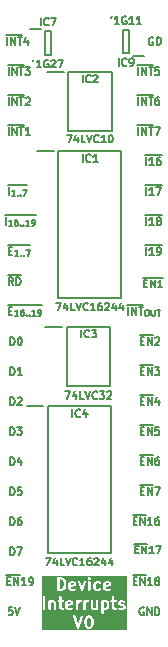
<source format=gto>
%TF.GenerationSoftware,KiCad,Pcbnew,8.0.7*%
%TF.CreationDate,2025-01-28T19:44:09+02:00*%
%TF.ProjectId,HCP65 Device Interrupts,48435036-3520-4446-9576-69636520496e,V0*%
%TF.SameCoordinates,Original*%
%TF.FileFunction,Legend,Top*%
%TF.FilePolarity,Positive*%
%FSLAX46Y46*%
G04 Gerber Fmt 4.6, Leading zero omitted, Abs format (unit mm)*
G04 Created by KiCad (PCBNEW 8.0.7) date 2025-01-28 19:44:09*
%MOMM*%
%LPD*%
G01*
G04 APERTURE LIST*
%ADD10C,0.150000*%
%ADD11C,0.200000*%
G04 APERTURE END LIST*
D10*
X12220315Y-2825963D02*
X12220315Y-2190963D01*
X12522696Y-2825963D02*
X12522696Y-2190963D01*
X12522696Y-2190963D02*
X12885553Y-2825963D01*
X12885553Y-2825963D02*
X12885553Y-2190963D01*
X13097220Y-2190963D02*
X13460077Y-2190963D01*
X13278648Y-2825963D02*
X13278648Y-2190963D01*
X12132625Y-2014675D02*
X13457054Y-2014675D01*
X13974125Y-2190963D02*
X13671744Y-2190963D01*
X13671744Y-2190963D02*
X13641506Y-2493344D01*
X13641506Y-2493344D02*
X13671744Y-2463105D01*
X13671744Y-2463105D02*
X13732220Y-2432867D01*
X13732220Y-2432867D02*
X13883411Y-2432867D01*
X13883411Y-2432867D02*
X13943887Y-2463105D01*
X13943887Y-2463105D02*
X13974125Y-2493344D01*
X13974125Y-2493344D02*
X14004363Y-2553820D01*
X14004363Y-2553820D02*
X14004363Y-2705010D01*
X14004363Y-2705010D02*
X13974125Y-2765486D01*
X13974125Y-2765486D02*
X13943887Y-2795725D01*
X13943887Y-2795725D02*
X13883411Y-2825963D01*
X13883411Y-2825963D02*
X13732220Y-2825963D01*
X13732220Y-2825963D02*
X13671744Y-2795725D01*
X13671744Y-2795725D02*
X13641506Y-2765486D01*
X11827220Y-40593344D02*
X12038887Y-40593344D01*
X12129601Y-40925963D02*
X11827220Y-40925963D01*
X11827220Y-40925963D02*
X11827220Y-40290963D01*
X11827220Y-40290963D02*
X12129601Y-40290963D01*
X12401744Y-40925963D02*
X12401744Y-40290963D01*
X12401744Y-40290963D02*
X12764601Y-40925963D01*
X12764601Y-40925963D02*
X12764601Y-40290963D01*
X11739530Y-40114675D02*
X12852292Y-40114675D01*
X13399601Y-40925963D02*
X13036744Y-40925963D01*
X13218172Y-40925963D02*
X13218172Y-40290963D01*
X13218172Y-40290963D02*
X13157696Y-40381677D01*
X13157696Y-40381677D02*
X13097220Y-40442153D01*
X13097220Y-40442153D02*
X13036744Y-40472391D01*
X13943887Y-40290963D02*
X13822934Y-40290963D01*
X13822934Y-40290963D02*
X13762458Y-40321201D01*
X13762458Y-40321201D02*
X13732220Y-40351439D01*
X13732220Y-40351439D02*
X13671744Y-40442153D01*
X13671744Y-40442153D02*
X13641506Y-40563105D01*
X13641506Y-40563105D02*
X13641506Y-40805010D01*
X13641506Y-40805010D02*
X13671744Y-40865486D01*
X13671744Y-40865486D02*
X13701982Y-40895725D01*
X13701982Y-40895725D02*
X13762458Y-40925963D01*
X13762458Y-40925963D02*
X13883411Y-40925963D01*
X13883411Y-40925963D02*
X13943887Y-40895725D01*
X13943887Y-40895725D02*
X13974125Y-40865486D01*
X13974125Y-40865486D02*
X14004363Y-40805010D01*
X14004363Y-40805010D02*
X14004363Y-40653820D01*
X14004363Y-40653820D02*
X13974125Y-40593344D01*
X13974125Y-40593344D02*
X13943887Y-40563105D01*
X13943887Y-40563105D02*
X13883411Y-40532867D01*
X13883411Y-40532867D02*
X13762458Y-40532867D01*
X13762458Y-40532867D02*
X13701982Y-40563105D01*
X13701982Y-40563105D02*
X13671744Y-40593344D01*
X13671744Y-40593344D02*
X13641506Y-40653820D01*
X1392874Y-28225963D02*
X1392874Y-27590963D01*
X1392874Y-27590963D02*
X1544064Y-27590963D01*
X1544064Y-27590963D02*
X1634779Y-27621201D01*
X1634779Y-27621201D02*
X1695255Y-27681677D01*
X1695255Y-27681677D02*
X1725493Y-27742153D01*
X1725493Y-27742153D02*
X1755731Y-27863105D01*
X1755731Y-27863105D02*
X1755731Y-27953820D01*
X1755731Y-27953820D02*
X1725493Y-28074772D01*
X1725493Y-28074772D02*
X1695255Y-28135248D01*
X1695255Y-28135248D02*
X1634779Y-28195725D01*
X1634779Y-28195725D02*
X1544064Y-28225963D01*
X1544064Y-28225963D02*
X1392874Y-28225963D01*
X2360493Y-28225963D02*
X1997636Y-28225963D01*
X2179064Y-28225963D02*
X2179064Y-27590963D01*
X2179064Y-27590963D02*
X2118588Y-27681677D01*
X2118588Y-27681677D02*
X2058112Y-27742153D01*
X2058112Y-27742153D02*
X1997636Y-27772391D01*
X12220315Y-7905963D02*
X12220315Y-7270963D01*
X12522696Y-7905963D02*
X12522696Y-7270963D01*
X12522696Y-7270963D02*
X12885553Y-7905963D01*
X12885553Y-7905963D02*
X12885553Y-7270963D01*
X13097220Y-7270963D02*
X13460077Y-7270963D01*
X13278648Y-7905963D02*
X13278648Y-7270963D01*
X12132625Y-7094675D02*
X13457054Y-7094675D01*
X13611268Y-7270963D02*
X14034601Y-7270963D01*
X14034601Y-7270963D02*
X13762458Y-7905963D01*
X1265874Y-7905963D02*
X1265874Y-7270963D01*
X1568255Y-7905963D02*
X1568255Y-7270963D01*
X1568255Y-7270963D02*
X1931112Y-7905963D01*
X1931112Y-7905963D02*
X1931112Y-7270963D01*
X2142779Y-7270963D02*
X2505636Y-7270963D01*
X2324207Y-7905963D02*
X2324207Y-7270963D01*
X1178184Y-7094675D02*
X2502613Y-7094675D01*
X3049922Y-7905963D02*
X2687065Y-7905963D01*
X2868493Y-7905963D02*
X2868493Y-7270963D01*
X2868493Y-7270963D02*
X2808017Y-7361677D01*
X2808017Y-7361677D02*
X2747541Y-7422153D01*
X2747541Y-7422153D02*
X2687065Y-7452391D01*
X1138874Y-285963D02*
X1138874Y349036D01*
X1441255Y-285963D02*
X1441255Y349036D01*
X1441255Y349036D02*
X1804112Y-285963D01*
X1804112Y-285963D02*
X1804112Y349036D01*
X2015779Y349036D02*
X2378636Y349036D01*
X2197207Y-285963D02*
X2197207Y349036D01*
X1051184Y525325D02*
X2375613Y525325D01*
X2862446Y137370D02*
X2862446Y-285963D01*
X2711255Y379275D02*
X2560065Y-74296D01*
X2560065Y-74296D02*
X2953160Y-74296D01*
X1011874Y-15525963D02*
X1011874Y-14890963D01*
X1550112Y-15596115D02*
X1259826Y-15596115D01*
X1404969Y-15596115D02*
X1404969Y-15088115D01*
X1404969Y-15088115D02*
X1356588Y-15160686D01*
X1356588Y-15160686D02*
X1308207Y-15209067D01*
X1308207Y-15209067D02*
X1259826Y-15233258D01*
X1985541Y-15088115D02*
X1888779Y-15088115D01*
X1888779Y-15088115D02*
X1840398Y-15112305D01*
X1840398Y-15112305D02*
X1816208Y-15136496D01*
X1816208Y-15136496D02*
X1767827Y-15209067D01*
X1767827Y-15209067D02*
X1743636Y-15305829D01*
X1743636Y-15305829D02*
X1743636Y-15499353D01*
X1743636Y-15499353D02*
X1767827Y-15547734D01*
X1767827Y-15547734D02*
X1792017Y-15571925D01*
X1792017Y-15571925D02*
X1840398Y-15596115D01*
X1840398Y-15596115D02*
X1937160Y-15596115D01*
X1937160Y-15596115D02*
X1985541Y-15571925D01*
X1985541Y-15571925D02*
X2009732Y-15547734D01*
X2009732Y-15547734D02*
X2033922Y-15499353D01*
X2033922Y-15499353D02*
X2033922Y-15378401D01*
X2033922Y-15378401D02*
X2009732Y-15330020D01*
X2009732Y-15330020D02*
X1985541Y-15305829D01*
X1985541Y-15305829D02*
X1937160Y-15281639D01*
X1937160Y-15281639D02*
X1840398Y-15281639D01*
X1840398Y-15281639D02*
X1792017Y-15305829D01*
X1792017Y-15305829D02*
X1767827Y-15330020D01*
X1767827Y-15330020D02*
X1743636Y-15378401D01*
X2251637Y-15547734D02*
X2275827Y-15571925D01*
X2275827Y-15571925D02*
X2251637Y-15596115D01*
X2251637Y-15596115D02*
X2227446Y-15571925D01*
X2227446Y-15571925D02*
X2251637Y-15547734D01*
X2251637Y-15547734D02*
X2251637Y-15596115D01*
X2493542Y-15547734D02*
X2517732Y-15571925D01*
X2517732Y-15571925D02*
X2493542Y-15596115D01*
X2493542Y-15596115D02*
X2469351Y-15571925D01*
X2469351Y-15571925D02*
X2493542Y-15547734D01*
X2493542Y-15547734D02*
X2493542Y-15596115D01*
X3001542Y-15596115D02*
X2711256Y-15596115D01*
X2856399Y-15596115D02*
X2856399Y-15088115D01*
X2856399Y-15088115D02*
X2808018Y-15160686D01*
X2808018Y-15160686D02*
X2759637Y-15209067D01*
X2759637Y-15209067D02*
X2711256Y-15233258D01*
X3243447Y-15596115D02*
X3340209Y-15596115D01*
X3340209Y-15596115D02*
X3388590Y-15571925D01*
X3388590Y-15571925D02*
X3412781Y-15547734D01*
X3412781Y-15547734D02*
X3461162Y-15475163D01*
X3461162Y-15475163D02*
X3485352Y-15378401D01*
X3485352Y-15378401D02*
X3485352Y-15184877D01*
X3485352Y-15184877D02*
X3461162Y-15136496D01*
X3461162Y-15136496D02*
X3436971Y-15112305D01*
X3436971Y-15112305D02*
X3388590Y-15088115D01*
X3388590Y-15088115D02*
X3291828Y-15088115D01*
X3291828Y-15088115D02*
X3243447Y-15112305D01*
X3243447Y-15112305D02*
X3219257Y-15136496D01*
X3219257Y-15136496D02*
X3195066Y-15184877D01*
X3195066Y-15184877D02*
X3195066Y-15305829D01*
X3195066Y-15305829D02*
X3219257Y-15354210D01*
X3219257Y-15354210D02*
X3243447Y-15378401D01*
X3243447Y-15378401D02*
X3291828Y-15402591D01*
X3291828Y-15402591D02*
X3388590Y-15402591D01*
X3388590Y-15402591D02*
X3436971Y-15378401D01*
X3436971Y-15378401D02*
X3461162Y-15354210D01*
X3461162Y-15354210D02*
X3485352Y-15305829D01*
X924184Y-14714675D02*
X3518615Y-14714675D01*
X12220315Y-5365963D02*
X12220315Y-4730963D01*
X12522696Y-5365963D02*
X12522696Y-4730963D01*
X12522696Y-4730963D02*
X12885553Y-5365963D01*
X12885553Y-5365963D02*
X12885553Y-4730963D01*
X13097220Y-4730963D02*
X13460077Y-4730963D01*
X13278648Y-5365963D02*
X13278648Y-4730963D01*
X12132625Y-4554675D02*
X13457054Y-4554675D01*
X13943887Y-4730963D02*
X13822934Y-4730963D01*
X13822934Y-4730963D02*
X13762458Y-4761201D01*
X13762458Y-4761201D02*
X13732220Y-4791439D01*
X13732220Y-4791439D02*
X13671744Y-4882153D01*
X13671744Y-4882153D02*
X13641506Y-5003105D01*
X13641506Y-5003105D02*
X13641506Y-5245010D01*
X13641506Y-5245010D02*
X13671744Y-5305486D01*
X13671744Y-5305486D02*
X13701982Y-5335725D01*
X13701982Y-5335725D02*
X13762458Y-5365963D01*
X13762458Y-5365963D02*
X13883411Y-5365963D01*
X13883411Y-5365963D02*
X13943887Y-5335725D01*
X13943887Y-5335725D02*
X13974125Y-5305486D01*
X13974125Y-5305486D02*
X14004363Y-5245010D01*
X14004363Y-5245010D02*
X14004363Y-5093820D01*
X14004363Y-5093820D02*
X13974125Y-5033344D01*
X13974125Y-5033344D02*
X13943887Y-5003105D01*
X13943887Y-5003105D02*
X13883411Y-4972867D01*
X13883411Y-4972867D02*
X13762458Y-4972867D01*
X13762458Y-4972867D02*
X13701982Y-5003105D01*
X13701982Y-5003105D02*
X13671744Y-5033344D01*
X13671744Y-5033344D02*
X13641506Y-5093820D01*
X12685982Y-20476544D02*
X12897649Y-20476544D01*
X12988363Y-20809163D02*
X12685982Y-20809163D01*
X12685982Y-20809163D02*
X12685982Y-20174163D01*
X12685982Y-20174163D02*
X12988363Y-20174163D01*
X13260506Y-20809163D02*
X13260506Y-20174163D01*
X13260506Y-20174163D02*
X13623363Y-20809163D01*
X13623363Y-20809163D02*
X13623363Y-20174163D01*
X14258363Y-20809163D02*
X13895506Y-20809163D01*
X14076934Y-20809163D02*
X14076934Y-20174163D01*
X14076934Y-20174163D02*
X14016458Y-20264877D01*
X14016458Y-20264877D02*
X13955982Y-20325353D01*
X13955982Y-20325353D02*
X13895506Y-20355591D01*
X12598292Y-19997875D02*
X14315816Y-19997875D01*
X13466125Y318798D02*
X13405649Y349036D01*
X13405649Y349036D02*
X13314935Y349036D01*
X13314935Y349036D02*
X13224220Y318798D01*
X13224220Y318798D02*
X13163744Y258322D01*
X13163744Y258322D02*
X13133506Y197846D01*
X13133506Y197846D02*
X13103268Y76894D01*
X13103268Y76894D02*
X13103268Y-13820D01*
X13103268Y-13820D02*
X13133506Y-134772D01*
X13133506Y-134772D02*
X13163744Y-195248D01*
X13163744Y-195248D02*
X13224220Y-255725D01*
X13224220Y-255725D02*
X13314935Y-285963D01*
X13314935Y-285963D02*
X13375411Y-285963D01*
X13375411Y-285963D02*
X13466125Y-255725D01*
X13466125Y-255725D02*
X13496363Y-225486D01*
X13496363Y-225486D02*
X13496363Y-13820D01*
X13496363Y-13820D02*
X13375411Y-13820D01*
X13768506Y-285963D02*
X13768506Y349036D01*
X13768506Y349036D02*
X13919696Y349036D01*
X13919696Y349036D02*
X14010411Y318798D01*
X14010411Y318798D02*
X14070887Y258322D01*
X14070887Y258322D02*
X14101125Y197846D01*
X14101125Y197846D02*
X14131363Y76894D01*
X14131363Y76894D02*
X14131363Y-13820D01*
X14131363Y-13820D02*
X14101125Y-134772D01*
X14101125Y-134772D02*
X14070887Y-195248D01*
X14070887Y-195248D02*
X14010411Y-255725D01*
X14010411Y-255725D02*
X13919696Y-285963D01*
X13919696Y-285963D02*
X13768506Y-285963D01*
X1265874Y-22813344D02*
X1477541Y-22813344D01*
X1568255Y-23145963D02*
X1265874Y-23145963D01*
X1265874Y-23145963D02*
X1265874Y-22510963D01*
X1265874Y-22510963D02*
X1568255Y-22510963D01*
X2076255Y-23216115D02*
X1785969Y-23216115D01*
X1931112Y-23216115D02*
X1931112Y-22708115D01*
X1931112Y-22708115D02*
X1882731Y-22780686D01*
X1882731Y-22780686D02*
X1834350Y-22829067D01*
X1834350Y-22829067D02*
X1785969Y-22853258D01*
X2511684Y-22708115D02*
X2414922Y-22708115D01*
X2414922Y-22708115D02*
X2366541Y-22732305D01*
X2366541Y-22732305D02*
X2342351Y-22756496D01*
X2342351Y-22756496D02*
X2293970Y-22829067D01*
X2293970Y-22829067D02*
X2269779Y-22925829D01*
X2269779Y-22925829D02*
X2269779Y-23119353D01*
X2269779Y-23119353D02*
X2293970Y-23167734D01*
X2293970Y-23167734D02*
X2318160Y-23191925D01*
X2318160Y-23191925D02*
X2366541Y-23216115D01*
X2366541Y-23216115D02*
X2463303Y-23216115D01*
X2463303Y-23216115D02*
X2511684Y-23191925D01*
X2511684Y-23191925D02*
X2535875Y-23167734D01*
X2535875Y-23167734D02*
X2560065Y-23119353D01*
X2560065Y-23119353D02*
X2560065Y-22998401D01*
X2560065Y-22998401D02*
X2535875Y-22950020D01*
X2535875Y-22950020D02*
X2511684Y-22925829D01*
X2511684Y-22925829D02*
X2463303Y-22901639D01*
X2463303Y-22901639D02*
X2366541Y-22901639D01*
X2366541Y-22901639D02*
X2318160Y-22925829D01*
X2318160Y-22925829D02*
X2293970Y-22950020D01*
X2293970Y-22950020D02*
X2269779Y-22998401D01*
X2777780Y-23167734D02*
X2801970Y-23191925D01*
X2801970Y-23191925D02*
X2777780Y-23216115D01*
X2777780Y-23216115D02*
X2753589Y-23191925D01*
X2753589Y-23191925D02*
X2777780Y-23167734D01*
X2777780Y-23167734D02*
X2777780Y-23216115D01*
X3019685Y-23167734D02*
X3043875Y-23191925D01*
X3043875Y-23191925D02*
X3019685Y-23216115D01*
X3019685Y-23216115D02*
X2995494Y-23191925D01*
X2995494Y-23191925D02*
X3019685Y-23167734D01*
X3019685Y-23167734D02*
X3019685Y-23216115D01*
X3527685Y-23216115D02*
X3237399Y-23216115D01*
X3382542Y-23216115D02*
X3382542Y-22708115D01*
X3382542Y-22708115D02*
X3334161Y-22780686D01*
X3334161Y-22780686D02*
X3285780Y-22829067D01*
X3285780Y-22829067D02*
X3237399Y-22853258D01*
X3769590Y-23216115D02*
X3866352Y-23216115D01*
X3866352Y-23216115D02*
X3914733Y-23191925D01*
X3914733Y-23191925D02*
X3938924Y-23167734D01*
X3938924Y-23167734D02*
X3987305Y-23095163D01*
X3987305Y-23095163D02*
X4011495Y-22998401D01*
X4011495Y-22998401D02*
X4011495Y-22804877D01*
X4011495Y-22804877D02*
X3987305Y-22756496D01*
X3987305Y-22756496D02*
X3963114Y-22732305D01*
X3963114Y-22732305D02*
X3914733Y-22708115D01*
X3914733Y-22708115D02*
X3817971Y-22708115D01*
X3817971Y-22708115D02*
X3769590Y-22732305D01*
X3769590Y-22732305D02*
X3745400Y-22756496D01*
X3745400Y-22756496D02*
X3721209Y-22804877D01*
X3721209Y-22804877D02*
X3721209Y-22925829D01*
X3721209Y-22925829D02*
X3745400Y-22974210D01*
X3745400Y-22974210D02*
X3769590Y-22998401D01*
X3769590Y-22998401D02*
X3817971Y-23022591D01*
X3817971Y-23022591D02*
X3914733Y-23022591D01*
X3914733Y-23022591D02*
X3963114Y-22998401D01*
X3963114Y-22998401D02*
X3987305Y-22974210D01*
X3987305Y-22974210D02*
X4011495Y-22925829D01*
X1178184Y-22334675D02*
X4044758Y-22334675D01*
X1392874Y-35845963D02*
X1392874Y-35210963D01*
X1392874Y-35210963D02*
X1544064Y-35210963D01*
X1544064Y-35210963D02*
X1634779Y-35241201D01*
X1634779Y-35241201D02*
X1695255Y-35301677D01*
X1695255Y-35301677D02*
X1725493Y-35362153D01*
X1725493Y-35362153D02*
X1755731Y-35483105D01*
X1755731Y-35483105D02*
X1755731Y-35573820D01*
X1755731Y-35573820D02*
X1725493Y-35694772D01*
X1725493Y-35694772D02*
X1695255Y-35755248D01*
X1695255Y-35755248D02*
X1634779Y-35815725D01*
X1634779Y-35815725D02*
X1544064Y-35845963D01*
X1544064Y-35845963D02*
X1392874Y-35845963D01*
X2300017Y-35422629D02*
X2300017Y-35845963D01*
X2148826Y-35180725D02*
X1997636Y-35634296D01*
X1997636Y-35634296D02*
X2390731Y-35634296D01*
X12891601Y-18065963D02*
X12891601Y-17430963D01*
X13526601Y-18065963D02*
X13163744Y-18065963D01*
X13345172Y-18065963D02*
X13345172Y-17430963D01*
X13345172Y-17430963D02*
X13284696Y-17521677D01*
X13284696Y-17521677D02*
X13224220Y-17582153D01*
X13224220Y-17582153D02*
X13163744Y-17612391D01*
X13828982Y-18065963D02*
X13949934Y-18065963D01*
X13949934Y-18065963D02*
X14010411Y-18035725D01*
X14010411Y-18035725D02*
X14040649Y-18005486D01*
X14040649Y-18005486D02*
X14101125Y-17914772D01*
X14101125Y-17914772D02*
X14131363Y-17793820D01*
X14131363Y-17793820D02*
X14131363Y-17551915D01*
X14131363Y-17551915D02*
X14101125Y-17491439D01*
X14101125Y-17491439D02*
X14070887Y-17461201D01*
X14070887Y-17461201D02*
X14010411Y-17430963D01*
X14010411Y-17430963D02*
X13889458Y-17430963D01*
X13889458Y-17430963D02*
X13828982Y-17461201D01*
X13828982Y-17461201D02*
X13798744Y-17491439D01*
X13798744Y-17491439D02*
X13768506Y-17551915D01*
X13768506Y-17551915D02*
X13768506Y-17703105D01*
X13768506Y-17703105D02*
X13798744Y-17763582D01*
X13798744Y-17763582D02*
X13828982Y-17793820D01*
X13828982Y-17793820D02*
X13889458Y-17824058D01*
X13889458Y-17824058D02*
X14010411Y-17824058D01*
X14010411Y-17824058D02*
X14070887Y-17793820D01*
X14070887Y-17793820D02*
X14101125Y-17763582D01*
X14101125Y-17763582D02*
X14131363Y-17703105D01*
X12803911Y-17254675D02*
X14188816Y-17254675D01*
X12891601Y-12985963D02*
X12891601Y-12350963D01*
X13526601Y-12985963D02*
X13163744Y-12985963D01*
X13345172Y-12985963D02*
X13345172Y-12350963D01*
X13345172Y-12350963D02*
X13284696Y-12441677D01*
X13284696Y-12441677D02*
X13224220Y-12502153D01*
X13224220Y-12502153D02*
X13163744Y-12532391D01*
X13738268Y-12350963D02*
X14161601Y-12350963D01*
X14161601Y-12350963D02*
X13889458Y-12985963D01*
X12803911Y-12174675D02*
X14188816Y-12174675D01*
X12673887Y-47941201D02*
X12613411Y-47910963D01*
X12613411Y-47910963D02*
X12522697Y-47910963D01*
X12522697Y-47910963D02*
X12431982Y-47941201D01*
X12431982Y-47941201D02*
X12371506Y-48001677D01*
X12371506Y-48001677D02*
X12341268Y-48062153D01*
X12341268Y-48062153D02*
X12311030Y-48183105D01*
X12311030Y-48183105D02*
X12311030Y-48273820D01*
X12311030Y-48273820D02*
X12341268Y-48394772D01*
X12341268Y-48394772D02*
X12371506Y-48455248D01*
X12371506Y-48455248D02*
X12431982Y-48515725D01*
X12431982Y-48515725D02*
X12522697Y-48545963D01*
X12522697Y-48545963D02*
X12583173Y-48545963D01*
X12583173Y-48545963D02*
X12673887Y-48515725D01*
X12673887Y-48515725D02*
X12704125Y-48485486D01*
X12704125Y-48485486D02*
X12704125Y-48273820D01*
X12704125Y-48273820D02*
X12583173Y-48273820D01*
X12976268Y-48545963D02*
X12976268Y-47910963D01*
X12976268Y-47910963D02*
X13339125Y-48545963D01*
X13339125Y-48545963D02*
X13339125Y-47910963D01*
X13641506Y-48545963D02*
X13641506Y-47910963D01*
X13641506Y-47910963D02*
X13792696Y-47910963D01*
X13792696Y-47910963D02*
X13883411Y-47941201D01*
X13883411Y-47941201D02*
X13943887Y-48001677D01*
X13943887Y-48001677D02*
X13974125Y-48062153D01*
X13974125Y-48062153D02*
X14004363Y-48183105D01*
X14004363Y-48183105D02*
X14004363Y-48273820D01*
X14004363Y-48273820D02*
X13974125Y-48394772D01*
X13974125Y-48394772D02*
X13943887Y-48455248D01*
X13943887Y-48455248D02*
X13883411Y-48515725D01*
X13883411Y-48515725D02*
X13792696Y-48545963D01*
X13792696Y-48545963D02*
X13641506Y-48545963D01*
X11827220Y-45673344D02*
X12038887Y-45673344D01*
X12129601Y-46005963D02*
X11827220Y-46005963D01*
X11827220Y-46005963D02*
X11827220Y-45370963D01*
X11827220Y-45370963D02*
X12129601Y-45370963D01*
X12401744Y-46005963D02*
X12401744Y-45370963D01*
X12401744Y-45370963D02*
X12764601Y-46005963D01*
X12764601Y-46005963D02*
X12764601Y-45370963D01*
X11739530Y-45194675D02*
X12852292Y-45194675D01*
X13399601Y-46005963D02*
X13036744Y-46005963D01*
X13218172Y-46005963D02*
X13218172Y-45370963D01*
X13218172Y-45370963D02*
X13157696Y-45461677D01*
X13157696Y-45461677D02*
X13097220Y-45522153D01*
X13097220Y-45522153D02*
X13036744Y-45552391D01*
X13762458Y-45643105D02*
X13701982Y-45612867D01*
X13701982Y-45612867D02*
X13671744Y-45582629D01*
X13671744Y-45582629D02*
X13641506Y-45522153D01*
X13641506Y-45522153D02*
X13641506Y-45491915D01*
X13641506Y-45491915D02*
X13671744Y-45431439D01*
X13671744Y-45431439D02*
X13701982Y-45401201D01*
X13701982Y-45401201D02*
X13762458Y-45370963D01*
X13762458Y-45370963D02*
X13883411Y-45370963D01*
X13883411Y-45370963D02*
X13943887Y-45401201D01*
X13943887Y-45401201D02*
X13974125Y-45431439D01*
X13974125Y-45431439D02*
X14004363Y-45491915D01*
X14004363Y-45491915D02*
X14004363Y-45522153D01*
X14004363Y-45522153D02*
X13974125Y-45582629D01*
X13974125Y-45582629D02*
X13943887Y-45612867D01*
X13943887Y-45612867D02*
X13883411Y-45643105D01*
X13883411Y-45643105D02*
X13762458Y-45643105D01*
X13762458Y-45643105D02*
X13701982Y-45673344D01*
X13701982Y-45673344D02*
X13671744Y-45703582D01*
X13671744Y-45703582D02*
X13641506Y-45764058D01*
X13641506Y-45764058D02*
X13641506Y-45885010D01*
X13641506Y-45885010D02*
X13671744Y-45945486D01*
X13671744Y-45945486D02*
X13701982Y-45975725D01*
X13701982Y-45975725D02*
X13762458Y-46005963D01*
X13762458Y-46005963D02*
X13883411Y-46005963D01*
X13883411Y-46005963D02*
X13943887Y-45975725D01*
X13943887Y-45975725D02*
X13974125Y-45945486D01*
X13974125Y-45945486D02*
X14004363Y-45885010D01*
X14004363Y-45885010D02*
X14004363Y-45764058D01*
X14004363Y-45764058D02*
X13974125Y-45703582D01*
X13974125Y-45703582D02*
X13943887Y-45673344D01*
X13943887Y-45673344D02*
X13883411Y-45643105D01*
X1392874Y-25685963D02*
X1392874Y-25050963D01*
X1392874Y-25050963D02*
X1544064Y-25050963D01*
X1544064Y-25050963D02*
X1634779Y-25081201D01*
X1634779Y-25081201D02*
X1695255Y-25141677D01*
X1695255Y-25141677D02*
X1725493Y-25202153D01*
X1725493Y-25202153D02*
X1755731Y-25323105D01*
X1755731Y-25323105D02*
X1755731Y-25413820D01*
X1755731Y-25413820D02*
X1725493Y-25534772D01*
X1725493Y-25534772D02*
X1695255Y-25595248D01*
X1695255Y-25595248D02*
X1634779Y-25655725D01*
X1634779Y-25655725D02*
X1544064Y-25685963D01*
X1544064Y-25685963D02*
X1392874Y-25685963D01*
X2148826Y-25050963D02*
X2209303Y-25050963D01*
X2209303Y-25050963D02*
X2269779Y-25081201D01*
X2269779Y-25081201D02*
X2300017Y-25111439D01*
X2300017Y-25111439D02*
X2330255Y-25171915D01*
X2330255Y-25171915D02*
X2360493Y-25292867D01*
X2360493Y-25292867D02*
X2360493Y-25444058D01*
X2360493Y-25444058D02*
X2330255Y-25565010D01*
X2330255Y-25565010D02*
X2300017Y-25625486D01*
X2300017Y-25625486D02*
X2269779Y-25655725D01*
X2269779Y-25655725D02*
X2209303Y-25685963D01*
X2209303Y-25685963D02*
X2148826Y-25685963D01*
X2148826Y-25685963D02*
X2088350Y-25655725D01*
X2088350Y-25655725D02*
X2058112Y-25625486D01*
X2058112Y-25625486D02*
X2027874Y-25565010D01*
X2027874Y-25565010D02*
X1997636Y-25444058D01*
X1997636Y-25444058D02*
X1997636Y-25292867D01*
X1997636Y-25292867D02*
X2027874Y-25171915D01*
X2027874Y-25171915D02*
X2058112Y-25111439D01*
X2058112Y-25111439D02*
X2088350Y-25081201D01*
X2088350Y-25081201D02*
X2148826Y-25050963D01*
X1568255Y-47910963D02*
X1265874Y-47910963D01*
X1265874Y-47910963D02*
X1235636Y-48213344D01*
X1235636Y-48213344D02*
X1265874Y-48183105D01*
X1265874Y-48183105D02*
X1326350Y-48152867D01*
X1326350Y-48152867D02*
X1477541Y-48152867D01*
X1477541Y-48152867D02*
X1538017Y-48183105D01*
X1538017Y-48183105D02*
X1568255Y-48213344D01*
X1568255Y-48213344D02*
X1598493Y-48273820D01*
X1598493Y-48273820D02*
X1598493Y-48425010D01*
X1598493Y-48425010D02*
X1568255Y-48485486D01*
X1568255Y-48485486D02*
X1538017Y-48515725D01*
X1538017Y-48515725D02*
X1477541Y-48545963D01*
X1477541Y-48545963D02*
X1326350Y-48545963D01*
X1326350Y-48545963D02*
X1265874Y-48515725D01*
X1265874Y-48515725D02*
X1235636Y-48485486D01*
X1779922Y-47910963D02*
X1991588Y-48545963D01*
X1991588Y-48545963D02*
X2203255Y-47910963D01*
X1265874Y-5365963D02*
X1265874Y-4730963D01*
X1568255Y-5365963D02*
X1568255Y-4730963D01*
X1568255Y-4730963D02*
X1931112Y-5365963D01*
X1931112Y-5365963D02*
X1931112Y-4730963D01*
X2142779Y-4730963D02*
X2505636Y-4730963D01*
X2324207Y-5365963D02*
X2324207Y-4730963D01*
X1178184Y-4554675D02*
X2502613Y-4554675D01*
X2687065Y-4791439D02*
X2717303Y-4761201D01*
X2717303Y-4761201D02*
X2777779Y-4730963D01*
X2777779Y-4730963D02*
X2928970Y-4730963D01*
X2928970Y-4730963D02*
X2989446Y-4761201D01*
X2989446Y-4761201D02*
X3019684Y-4791439D01*
X3019684Y-4791439D02*
X3049922Y-4851915D01*
X3049922Y-4851915D02*
X3049922Y-4912391D01*
X3049922Y-4912391D02*
X3019684Y-5003105D01*
X3019684Y-5003105D02*
X2656827Y-5365963D01*
X2656827Y-5365963D02*
X3049922Y-5365963D01*
X12431982Y-27893344D02*
X12643649Y-27893344D01*
X12734363Y-28225963D02*
X12431982Y-28225963D01*
X12431982Y-28225963D02*
X12431982Y-27590963D01*
X12431982Y-27590963D02*
X12734363Y-27590963D01*
X13006506Y-28225963D02*
X13006506Y-27590963D01*
X13006506Y-27590963D02*
X13369363Y-28225963D01*
X13369363Y-28225963D02*
X13369363Y-27590963D01*
X12344292Y-27414675D02*
X13457054Y-27414675D01*
X13611268Y-27590963D02*
X14004363Y-27590963D01*
X14004363Y-27590963D02*
X13792696Y-27832867D01*
X13792696Y-27832867D02*
X13883411Y-27832867D01*
X13883411Y-27832867D02*
X13943887Y-27863105D01*
X13943887Y-27863105D02*
X13974125Y-27893344D01*
X13974125Y-27893344D02*
X14004363Y-27953820D01*
X14004363Y-27953820D02*
X14004363Y-28105010D01*
X14004363Y-28105010D02*
X13974125Y-28165486D01*
X13974125Y-28165486D02*
X13943887Y-28195725D01*
X13943887Y-28195725D02*
X13883411Y-28225963D01*
X13883411Y-28225963D02*
X13701982Y-28225963D01*
X13701982Y-28225963D02*
X13641506Y-28195725D01*
X13641506Y-28195725D02*
X13611268Y-28165486D01*
X12431982Y-30433344D02*
X12643649Y-30433344D01*
X12734363Y-30765963D02*
X12431982Y-30765963D01*
X12431982Y-30765963D02*
X12431982Y-30130963D01*
X12431982Y-30130963D02*
X12734363Y-30130963D01*
X13006506Y-30765963D02*
X13006506Y-30130963D01*
X13006506Y-30130963D02*
X13369363Y-30765963D01*
X13369363Y-30765963D02*
X13369363Y-30130963D01*
X12344292Y-29954675D02*
X13457054Y-29954675D01*
X13943887Y-30342629D02*
X13943887Y-30765963D01*
X13792696Y-30100725D02*
X13641506Y-30554296D01*
X13641506Y-30554296D02*
X14034601Y-30554296D01*
D11*
G36*
X8132192Y-48781024D02*
G01*
X8156861Y-48805692D01*
X8192314Y-48876599D01*
X8234285Y-49044480D01*
X8234285Y-49257956D01*
X8192314Y-49425837D01*
X8156861Y-49496743D01*
X8132192Y-49521413D01*
X8072583Y-49551219D01*
X8024559Y-49551219D01*
X7964949Y-49521414D01*
X7940282Y-49496746D01*
X7904827Y-49425837D01*
X7862857Y-49257956D01*
X7862857Y-49044481D01*
X7904827Y-48876599D01*
X7940281Y-48805692D01*
X7964949Y-48781023D01*
X8024559Y-48751219D01*
X8072583Y-48751219D01*
X8132192Y-48781024D01*
G37*
G36*
X9513145Y-47504413D02*
G01*
X9537814Y-47529081D01*
X9567619Y-47588691D01*
X9567619Y-47827191D01*
X9537814Y-47886799D01*
X9513145Y-47911469D01*
X9453536Y-47941275D01*
X9310274Y-47941275D01*
X9291429Y-47931852D01*
X9291429Y-47484030D01*
X9310274Y-47474608D01*
X9453536Y-47474608D01*
X9513145Y-47504413D01*
G37*
G36*
X6497844Y-47496763D02*
G01*
X6515294Y-47531663D01*
X6243809Y-47585960D01*
X6243809Y-47541072D01*
X6265964Y-47496762D01*
X6310273Y-47474608D01*
X6453535Y-47474608D01*
X6497844Y-47496763D01*
G37*
G36*
X5780265Y-45566352D02*
G01*
X5847338Y-45633425D01*
X5882790Y-45704330D01*
X5924761Y-45872211D01*
X5924761Y-45990449D01*
X5882790Y-46158330D01*
X5847337Y-46229236D01*
X5780266Y-46296309D01*
X5675201Y-46331331D01*
X5553333Y-46331331D01*
X5553333Y-45531331D01*
X5675201Y-45531331D01*
X5780265Y-45566352D01*
G37*
G36*
X6759749Y-45886819D02*
G01*
X6777199Y-45921719D01*
X6505714Y-45976016D01*
X6505714Y-45931128D01*
X6527869Y-45886818D01*
X6572178Y-45864664D01*
X6715440Y-45864664D01*
X6759749Y-45886819D01*
G37*
G36*
X9712130Y-45886819D02*
G01*
X9729580Y-45921719D01*
X9458095Y-45976016D01*
X9458095Y-45931128D01*
X9480250Y-45886818D01*
X9524559Y-45864664D01*
X9667821Y-45864664D01*
X9712130Y-45886819D01*
G37*
G36*
X11259683Y-49862330D02*
G01*
X4027936Y-49862330D01*
X4027936Y-48663726D01*
X6711261Y-48663726D01*
X6715608Y-48682842D01*
X7048941Y-49682841D01*
X7056932Y-49700742D01*
X7061615Y-49706141D01*
X7064810Y-49712531D01*
X7074281Y-49720746D01*
X7082497Y-49730218D01*
X7088885Y-49733412D01*
X7094286Y-49738096D01*
X7106187Y-49742063D01*
X7117396Y-49747667D01*
X7124520Y-49748173D01*
X7131302Y-49750434D01*
X7143811Y-49749544D01*
X7156316Y-49750434D01*
X7163094Y-49748174D01*
X7170222Y-49747668D01*
X7181438Y-49742059D01*
X7193332Y-49738095D01*
X7198729Y-49733414D01*
X7205121Y-49730218D01*
X7213339Y-49720742D01*
X7222808Y-49712530D01*
X7226001Y-49706143D01*
X7230686Y-49700742D01*
X7238677Y-49682842D01*
X7455567Y-49032171D01*
X7662857Y-49032171D01*
X7662857Y-49270266D01*
X7663192Y-49273668D01*
X7662975Y-49275127D01*
X7664054Y-49282424D01*
X7664778Y-49289775D01*
X7665342Y-49291138D01*
X7665843Y-49294520D01*
X7713462Y-49484995D01*
X7713975Y-49486432D01*
X7714027Y-49487155D01*
X7717135Y-49495279D01*
X7720057Y-49503456D01*
X7720487Y-49504036D01*
X7721033Y-49505463D01*
X7768652Y-49600701D01*
X7773935Y-49609093D01*
X7774947Y-49611537D01*
X7777203Y-49614286D01*
X7779095Y-49617291D01*
X7781089Y-49619020D01*
X7787384Y-49626690D01*
X7835002Y-49674310D01*
X7842670Y-49680603D01*
X7844402Y-49682600D01*
X7847410Y-49684493D01*
X7850156Y-49686747D01*
X7852596Y-49687757D01*
X7860993Y-49693043D01*
X7956230Y-49740662D01*
X7974539Y-49747668D01*
X7978122Y-49747922D01*
X7981443Y-49749298D01*
X8000952Y-49751219D01*
X8096190Y-49751219D01*
X8115699Y-49749298D01*
X8119019Y-49747922D01*
X8122603Y-49747668D01*
X8140911Y-49740662D01*
X8236149Y-49693043D01*
X8244544Y-49687758D01*
X8246986Y-49686747D01*
X8249733Y-49684491D01*
X8252739Y-49682600D01*
X8254469Y-49680605D01*
X8262139Y-49674310D01*
X8309758Y-49626690D01*
X8316050Y-49619023D01*
X8318047Y-49617292D01*
X8319940Y-49614284D01*
X8322195Y-49611537D01*
X8323206Y-49609095D01*
X8328490Y-49600701D01*
X8376109Y-49505464D01*
X8376655Y-49504035D01*
X8377085Y-49503456D01*
X8380006Y-49495279D01*
X8383115Y-49487155D01*
X8383166Y-49486434D01*
X8383680Y-49484996D01*
X8431299Y-49294520D01*
X8431799Y-49291138D01*
X8432364Y-49289775D01*
X8433087Y-49282424D01*
X8434167Y-49275127D01*
X8433949Y-49273668D01*
X8434285Y-49270266D01*
X8434285Y-49032171D01*
X8433949Y-49028768D01*
X8434167Y-49027310D01*
X8433087Y-49020012D01*
X8432364Y-49012662D01*
X8431799Y-49011298D01*
X8431299Y-49007917D01*
X8383680Y-48817441D01*
X8383166Y-48816002D01*
X8383115Y-48815282D01*
X8380006Y-48807157D01*
X8377085Y-48798981D01*
X8376655Y-48798401D01*
X8376109Y-48796973D01*
X8328490Y-48701736D01*
X8323204Y-48693339D01*
X8322194Y-48690899D01*
X8319940Y-48688153D01*
X8318047Y-48685145D01*
X8316049Y-48683412D01*
X8309757Y-48675746D01*
X8262139Y-48628127D01*
X8254468Y-48621832D01*
X8252739Y-48619838D01*
X8249731Y-48617944D01*
X8246985Y-48615691D01*
X8244545Y-48614680D01*
X8236149Y-48609395D01*
X8140911Y-48561776D01*
X8122603Y-48554770D01*
X8119019Y-48554515D01*
X8115699Y-48553140D01*
X8096190Y-48551219D01*
X8000952Y-48551219D01*
X7981443Y-48553140D01*
X7978122Y-48554515D01*
X7974539Y-48554770D01*
X7956230Y-48561776D01*
X7860993Y-48609395D01*
X7852596Y-48614680D01*
X7850156Y-48615691D01*
X7847410Y-48617944D01*
X7844402Y-48619838D01*
X7842669Y-48621835D01*
X7835003Y-48628128D01*
X7787384Y-48675746D01*
X7781089Y-48683416D01*
X7779095Y-48685146D01*
X7777201Y-48688153D01*
X7774948Y-48690900D01*
X7773937Y-48693339D01*
X7768652Y-48701736D01*
X7721033Y-48796974D01*
X7720487Y-48798400D01*
X7720057Y-48798981D01*
X7717135Y-48807157D01*
X7714027Y-48815282D01*
X7713975Y-48816004D01*
X7713462Y-48817442D01*
X7665843Y-49007917D01*
X7665342Y-49011298D01*
X7664778Y-49012662D01*
X7664054Y-49020012D01*
X7662975Y-49027310D01*
X7663192Y-49028768D01*
X7662857Y-49032171D01*
X7455567Y-49032171D01*
X7572010Y-48682842D01*
X7576357Y-48663727D01*
X7573591Y-48624807D01*
X7556141Y-48589908D01*
X7526665Y-48564343D01*
X7489649Y-48552004D01*
X7450729Y-48554771D01*
X7415830Y-48572220D01*
X7390265Y-48601696D01*
X7382274Y-48619597D01*
X7143809Y-49334991D01*
X6905344Y-48619596D01*
X6897353Y-48601696D01*
X6871788Y-48572220D01*
X6836889Y-48554770D01*
X6797969Y-48552004D01*
X6760953Y-48564342D01*
X6731477Y-48589907D01*
X6714027Y-48624806D01*
X6711261Y-48663726D01*
X4027936Y-48663726D01*
X4027936Y-47041275D01*
X4139047Y-47041275D01*
X4139047Y-48041275D01*
X4140968Y-48060784D01*
X4155900Y-48096832D01*
X4183490Y-48124422D01*
X4219538Y-48139354D01*
X4258556Y-48139354D01*
X4294604Y-48124422D01*
X4322194Y-48096832D01*
X4337126Y-48060784D01*
X4339047Y-48041275D01*
X4339047Y-47374608D01*
X4615237Y-47374608D01*
X4615237Y-48041275D01*
X4617158Y-48060784D01*
X4632090Y-48096832D01*
X4659680Y-48124422D01*
X4695728Y-48139354D01*
X4734746Y-48139354D01*
X4770794Y-48124422D01*
X4798384Y-48096832D01*
X4813316Y-48060784D01*
X4815237Y-48041275D01*
X4815237Y-47511267D01*
X4822091Y-47504412D01*
X4881701Y-47474608D01*
X4977344Y-47474608D01*
X5021653Y-47496763D01*
X5043808Y-47541072D01*
X5043808Y-48041275D01*
X5045729Y-48060784D01*
X5060661Y-48096832D01*
X5088251Y-48124422D01*
X5124299Y-48139354D01*
X5163317Y-48139354D01*
X5199365Y-48124422D01*
X5226955Y-48096832D01*
X5241887Y-48060784D01*
X5243808Y-48041275D01*
X5243808Y-47517465D01*
X5241887Y-47497956D01*
X5240511Y-47494635D01*
X5240257Y-47491052D01*
X5233251Y-47472743D01*
X5185632Y-47377506D01*
X5183577Y-47374242D01*
X5183065Y-47372704D01*
X5181403Y-47370788D01*
X5175189Y-47360915D01*
X5168483Y-47355099D01*
X5379063Y-47355099D01*
X5379063Y-47394117D01*
X5393995Y-47430165D01*
X5421585Y-47457755D01*
X5457633Y-47472687D01*
X5477142Y-47474608D01*
X5519999Y-47474608D01*
X5519999Y-47898417D01*
X5521920Y-47917926D01*
X5523295Y-47921246D01*
X5523550Y-47924829D01*
X5530556Y-47943138D01*
X5578175Y-48038377D01*
X5580228Y-48041640D01*
X5580742Y-48043179D01*
X5582404Y-48045095D01*
X5588618Y-48054967D01*
X5598089Y-48063181D01*
X5606306Y-48072656D01*
X5616176Y-48078868D01*
X5618094Y-48080532D01*
X5619634Y-48081045D01*
X5622897Y-48083099D01*
X5718134Y-48130718D01*
X5736443Y-48137724D01*
X5740026Y-48137978D01*
X5743347Y-48139354D01*
X5762856Y-48141275D01*
X5858094Y-48141275D01*
X5877603Y-48139354D01*
X5913651Y-48124422D01*
X5941241Y-48096832D01*
X5956173Y-48060784D01*
X5956173Y-48021766D01*
X5941241Y-47985718D01*
X5913651Y-47958128D01*
X5877603Y-47943196D01*
X5858094Y-47941275D01*
X5786463Y-47941275D01*
X5742153Y-47919120D01*
X5719999Y-47874810D01*
X5719999Y-47517465D01*
X6043809Y-47517465D01*
X6043809Y-47898417D01*
X6045730Y-47917926D01*
X6047105Y-47921246D01*
X6047360Y-47924829D01*
X6054366Y-47943138D01*
X6101985Y-48038377D01*
X6104038Y-48041640D01*
X6104552Y-48043179D01*
X6106214Y-48045095D01*
X6112428Y-48054967D01*
X6121899Y-48063181D01*
X6130116Y-48072656D01*
X6139986Y-48078868D01*
X6141904Y-48080532D01*
X6143444Y-48081045D01*
X6146707Y-48083099D01*
X6241944Y-48130718D01*
X6260253Y-48137724D01*
X6263836Y-48137978D01*
X6267157Y-48139354D01*
X6286666Y-48141275D01*
X6477142Y-48141275D01*
X6496651Y-48139354D01*
X6499971Y-48137978D01*
X6503555Y-48137724D01*
X6521863Y-48130718D01*
X6617101Y-48083099D01*
X6633691Y-48072656D01*
X6659256Y-48043179D01*
X6671594Y-48006163D01*
X6668829Y-47967243D01*
X6651380Y-47932345D01*
X6621903Y-47906780D01*
X6584887Y-47894441D01*
X6545967Y-47897207D01*
X6527658Y-47904213D01*
X6453535Y-47941275D01*
X6310273Y-47941275D01*
X6265963Y-47919120D01*
X6243809Y-47874810D01*
X6243809Y-47789921D01*
X6639505Y-47710782D01*
X6639508Y-47710782D01*
X6639510Y-47710780D01*
X6639610Y-47710761D01*
X6658364Y-47705051D01*
X6666504Y-47699599D01*
X6675556Y-47695850D01*
X6682557Y-47688848D01*
X6690783Y-47683340D01*
X6696217Y-47675188D01*
X6703146Y-47668260D01*
X6706936Y-47659111D01*
X6712427Y-47650875D01*
X6714328Y-47641264D01*
X6718078Y-47632212D01*
X6719999Y-47612703D01*
X6719999Y-47517465D01*
X6718078Y-47497956D01*
X6716702Y-47494635D01*
X6716448Y-47491052D01*
X6709442Y-47472743D01*
X6661823Y-47377506D01*
X6659998Y-47374608D01*
X6948571Y-47374608D01*
X6948571Y-48041275D01*
X6950492Y-48060784D01*
X6965424Y-48096832D01*
X6993014Y-48124422D01*
X7029062Y-48139354D01*
X7068080Y-48139354D01*
X7104128Y-48124422D01*
X7131718Y-48096832D01*
X7146650Y-48060784D01*
X7148571Y-48041275D01*
X7148571Y-47588691D01*
X7178376Y-47529081D01*
X7203044Y-47504412D01*
X7262654Y-47474608D01*
X7334285Y-47474608D01*
X7353794Y-47472687D01*
X7389842Y-47457755D01*
X7417432Y-47430165D01*
X7432364Y-47394117D01*
X7432364Y-47374608D01*
X7567619Y-47374608D01*
X7567619Y-48041275D01*
X7569540Y-48060784D01*
X7584472Y-48096832D01*
X7612062Y-48124422D01*
X7648110Y-48139354D01*
X7687128Y-48139354D01*
X7723176Y-48124422D01*
X7750766Y-48096832D01*
X7765698Y-48060784D01*
X7767619Y-48041275D01*
X7767619Y-47588691D01*
X7797424Y-47529081D01*
X7822092Y-47504412D01*
X7881702Y-47474608D01*
X7953333Y-47474608D01*
X7972842Y-47472687D01*
X8008890Y-47457755D01*
X8036480Y-47430165D01*
X8051412Y-47394117D01*
X8051412Y-47374608D01*
X8186667Y-47374608D01*
X8186667Y-47898417D01*
X8188588Y-47917926D01*
X8189963Y-47921246D01*
X8190218Y-47924829D01*
X8197224Y-47943138D01*
X8244843Y-48038377D01*
X8246896Y-48041640D01*
X8247410Y-48043179D01*
X8249072Y-48045095D01*
X8255286Y-48054967D01*
X8264757Y-48063181D01*
X8272974Y-48072656D01*
X8282844Y-48078868D01*
X8284762Y-48080532D01*
X8286302Y-48081045D01*
X8289565Y-48083099D01*
X8384802Y-48130718D01*
X8403111Y-48137724D01*
X8406694Y-48137978D01*
X8410015Y-48139354D01*
X8429524Y-48141275D01*
X8572381Y-48141275D01*
X8591890Y-48139354D01*
X8595210Y-48137978D01*
X8598794Y-48137724D01*
X8617102Y-48130718D01*
X8649685Y-48114426D01*
X8659681Y-48124422D01*
X8695729Y-48139354D01*
X8734747Y-48139354D01*
X8770795Y-48124422D01*
X8798385Y-48096832D01*
X8813317Y-48060784D01*
X8815238Y-48041275D01*
X8815238Y-47374608D01*
X9091429Y-47374608D01*
X9091429Y-48374608D01*
X9093350Y-48394117D01*
X9108282Y-48430165D01*
X9135872Y-48457755D01*
X9171920Y-48472687D01*
X9210938Y-48472687D01*
X9246986Y-48457755D01*
X9274576Y-48430165D01*
X9289508Y-48394117D01*
X9291429Y-48374608D01*
X9291429Y-48141275D01*
X9477143Y-48141275D01*
X9496652Y-48139354D01*
X9499972Y-48137978D01*
X9503556Y-48137724D01*
X9521864Y-48130718D01*
X9617102Y-48083099D01*
X9625497Y-48077814D01*
X9627939Y-48076803D01*
X9630686Y-48074547D01*
X9633692Y-48072656D01*
X9635422Y-48070661D01*
X9643092Y-48064366D01*
X9690711Y-48016746D01*
X9697003Y-48009079D01*
X9699000Y-48007348D01*
X9700893Y-48004340D01*
X9703148Y-48001593D01*
X9704159Y-47999151D01*
X9709443Y-47990757D01*
X9757062Y-47895520D01*
X9764068Y-47877211D01*
X9764322Y-47873627D01*
X9765698Y-47870307D01*
X9767619Y-47850798D01*
X9767619Y-47565084D01*
X9765698Y-47545575D01*
X9764322Y-47542254D01*
X9764068Y-47538671D01*
X9757062Y-47520362D01*
X9709443Y-47425125D01*
X9704157Y-47416728D01*
X9703147Y-47414288D01*
X9700893Y-47411542D01*
X9699000Y-47408534D01*
X9697002Y-47406801D01*
X9690710Y-47399135D01*
X9646675Y-47355099D01*
X9855255Y-47355099D01*
X9855255Y-47394117D01*
X9870187Y-47430165D01*
X9897777Y-47457755D01*
X9933825Y-47472687D01*
X9953334Y-47474608D01*
X9996191Y-47474608D01*
X9996191Y-47898417D01*
X9998112Y-47917926D01*
X9999487Y-47921246D01*
X9999742Y-47924829D01*
X10006748Y-47943138D01*
X10054367Y-48038377D01*
X10056420Y-48041640D01*
X10056934Y-48043179D01*
X10058596Y-48045095D01*
X10064810Y-48054967D01*
X10074281Y-48063181D01*
X10082498Y-48072656D01*
X10092368Y-48078868D01*
X10094286Y-48080532D01*
X10095826Y-48081045D01*
X10099089Y-48083099D01*
X10194326Y-48130718D01*
X10212635Y-48137724D01*
X10216218Y-48137978D01*
X10219539Y-48139354D01*
X10239048Y-48141275D01*
X10334286Y-48141275D01*
X10353795Y-48139354D01*
X10389843Y-48124422D01*
X10417433Y-48096832D01*
X10432365Y-48060784D01*
X10432365Y-48021766D01*
X10417433Y-47985718D01*
X10389843Y-47958128D01*
X10353795Y-47943196D01*
X10334286Y-47941275D01*
X10262655Y-47941275D01*
X10218345Y-47919120D01*
X10196191Y-47874810D01*
X10196191Y-47517465D01*
X10520001Y-47517465D01*
X10520001Y-47565084D01*
X10521922Y-47584593D01*
X10523297Y-47587913D01*
X10523552Y-47591497D01*
X10530558Y-47609805D01*
X10578177Y-47705043D01*
X10580230Y-47708306D01*
X10580744Y-47709845D01*
X10582406Y-47711761D01*
X10588620Y-47721633D01*
X10598090Y-47729846D01*
X10606308Y-47739322D01*
X10616181Y-47745536D01*
X10618097Y-47747198D01*
X10619635Y-47747710D01*
X10622899Y-47749765D01*
X10718136Y-47797384D01*
X10736445Y-47804390D01*
X10740028Y-47804644D01*
X10743349Y-47806020D01*
X10762858Y-47807941D01*
X10882108Y-47807941D01*
X10926417Y-47830096D01*
X10948572Y-47874405D01*
X10948572Y-47874810D01*
X10926417Y-47919119D01*
X10882108Y-47941275D01*
X10738846Y-47941275D01*
X10664722Y-47904213D01*
X10646414Y-47897207D01*
X10607494Y-47894441D01*
X10570478Y-47906780D01*
X10541001Y-47932344D01*
X10523552Y-47967243D01*
X10520786Y-48006163D01*
X10533125Y-48043179D01*
X10558689Y-48072656D01*
X10575280Y-48083099D01*
X10670517Y-48130718D01*
X10688826Y-48137724D01*
X10692409Y-48137978D01*
X10695730Y-48139354D01*
X10715239Y-48141275D01*
X10905715Y-48141275D01*
X10925224Y-48139354D01*
X10928544Y-48137978D01*
X10932128Y-48137724D01*
X10950436Y-48130718D01*
X11045674Y-48083099D01*
X11048936Y-48081045D01*
X11050476Y-48080532D01*
X11052392Y-48078869D01*
X11062264Y-48072656D01*
X11070479Y-48063182D01*
X11079953Y-48054967D01*
X11086166Y-48045095D01*
X11087829Y-48043179D01*
X11088341Y-48041640D01*
X11090396Y-48038377D01*
X11138015Y-47943138D01*
X11145021Y-47924830D01*
X11145275Y-47921246D01*
X11146651Y-47917926D01*
X11148572Y-47898417D01*
X11148572Y-47850798D01*
X11146651Y-47831289D01*
X11145275Y-47827968D01*
X11145021Y-47824385D01*
X11138015Y-47806076D01*
X11090396Y-47710839D01*
X11088341Y-47707575D01*
X11087829Y-47706037D01*
X11086167Y-47704121D01*
X11079953Y-47694248D01*
X11070477Y-47686030D01*
X11062264Y-47676560D01*
X11052392Y-47670346D01*
X11050476Y-47668684D01*
X11048937Y-47668170D01*
X11045674Y-47666117D01*
X10950436Y-47618498D01*
X10932128Y-47611492D01*
X10928544Y-47611237D01*
X10925224Y-47609862D01*
X10905715Y-47607941D01*
X10786465Y-47607941D01*
X10742156Y-47585786D01*
X10720001Y-47541476D01*
X10720001Y-47541072D01*
X10742156Y-47496762D01*
X10786465Y-47474608D01*
X10882108Y-47474608D01*
X10956231Y-47511670D01*
X10974540Y-47518676D01*
X11013460Y-47521442D01*
X11050476Y-47509103D01*
X11079953Y-47483538D01*
X11097402Y-47448640D01*
X11100167Y-47409720D01*
X11087829Y-47372704D01*
X11062264Y-47343227D01*
X11045674Y-47332784D01*
X10950436Y-47285165D01*
X10932128Y-47278159D01*
X10928544Y-47277904D01*
X10925224Y-47276529D01*
X10905715Y-47274608D01*
X10762858Y-47274608D01*
X10743349Y-47276529D01*
X10740028Y-47277904D01*
X10736445Y-47278159D01*
X10718136Y-47285165D01*
X10622899Y-47332784D01*
X10619635Y-47334838D01*
X10618097Y-47335351D01*
X10616181Y-47337012D01*
X10606308Y-47343227D01*
X10598090Y-47352702D01*
X10588620Y-47360916D01*
X10582406Y-47370787D01*
X10580744Y-47372704D01*
X10580230Y-47374242D01*
X10578177Y-47377506D01*
X10530558Y-47472744D01*
X10523552Y-47491052D01*
X10523297Y-47494635D01*
X10521922Y-47497956D01*
X10520001Y-47517465D01*
X10196191Y-47517465D01*
X10196191Y-47474608D01*
X10334286Y-47474608D01*
X10353795Y-47472687D01*
X10389843Y-47457755D01*
X10417433Y-47430165D01*
X10432365Y-47394117D01*
X10432365Y-47355099D01*
X10417433Y-47319051D01*
X10389843Y-47291461D01*
X10353795Y-47276529D01*
X10334286Y-47274608D01*
X10196191Y-47274608D01*
X10196191Y-47041275D01*
X10194270Y-47021766D01*
X10179338Y-46985718D01*
X10151748Y-46958128D01*
X10115700Y-46943196D01*
X10076682Y-46943196D01*
X10040634Y-46958128D01*
X10013044Y-46985718D01*
X9998112Y-47021766D01*
X9996191Y-47041275D01*
X9996191Y-47274608D01*
X9953334Y-47274608D01*
X9933825Y-47276529D01*
X9897777Y-47291461D01*
X9870187Y-47319051D01*
X9855255Y-47355099D01*
X9646675Y-47355099D01*
X9643092Y-47351516D01*
X9635421Y-47345221D01*
X9633692Y-47343227D01*
X9630684Y-47341333D01*
X9627938Y-47339080D01*
X9625498Y-47338069D01*
X9617102Y-47332784D01*
X9521864Y-47285165D01*
X9503556Y-47278159D01*
X9499972Y-47277904D01*
X9496652Y-47276529D01*
X9477143Y-47274608D01*
X9286667Y-47274608D01*
X9267158Y-47276529D01*
X9263837Y-47277904D01*
X9260254Y-47278159D01*
X9241945Y-47285165D01*
X9237342Y-47287466D01*
X9210938Y-47276529D01*
X9171920Y-47276529D01*
X9135872Y-47291461D01*
X9108282Y-47319051D01*
X9093350Y-47355099D01*
X9091429Y-47374608D01*
X8815238Y-47374608D01*
X8813317Y-47355099D01*
X8798385Y-47319051D01*
X8770795Y-47291461D01*
X8734747Y-47276529D01*
X8695729Y-47276529D01*
X8659681Y-47291461D01*
X8632091Y-47319051D01*
X8617159Y-47355099D01*
X8615238Y-47374608D01*
X8615238Y-47904615D01*
X8608383Y-47911469D01*
X8548774Y-47941275D01*
X8453131Y-47941275D01*
X8408821Y-47919120D01*
X8386667Y-47874810D01*
X8386667Y-47374608D01*
X8384746Y-47355099D01*
X8369814Y-47319051D01*
X8342224Y-47291461D01*
X8306176Y-47276529D01*
X8267158Y-47276529D01*
X8231110Y-47291461D01*
X8203520Y-47319051D01*
X8188588Y-47355099D01*
X8186667Y-47374608D01*
X8051412Y-47374608D01*
X8051412Y-47355099D01*
X8036480Y-47319051D01*
X8008890Y-47291461D01*
X7972842Y-47276529D01*
X7953333Y-47274608D01*
X7858095Y-47274608D01*
X7838586Y-47276529D01*
X7835265Y-47277904D01*
X7831682Y-47278159D01*
X7813373Y-47285165D01*
X7749044Y-47317329D01*
X7723176Y-47291461D01*
X7687128Y-47276529D01*
X7648110Y-47276529D01*
X7612062Y-47291461D01*
X7584472Y-47319051D01*
X7569540Y-47355099D01*
X7567619Y-47374608D01*
X7432364Y-47374608D01*
X7432364Y-47355099D01*
X7417432Y-47319051D01*
X7389842Y-47291461D01*
X7353794Y-47276529D01*
X7334285Y-47274608D01*
X7239047Y-47274608D01*
X7219538Y-47276529D01*
X7216217Y-47277904D01*
X7212634Y-47278159D01*
X7194325Y-47285165D01*
X7129996Y-47317329D01*
X7104128Y-47291461D01*
X7068080Y-47276529D01*
X7029062Y-47276529D01*
X6993014Y-47291461D01*
X6965424Y-47319051D01*
X6950492Y-47355099D01*
X6948571Y-47374608D01*
X6659998Y-47374608D01*
X6659768Y-47374242D01*
X6659256Y-47372704D01*
X6657594Y-47370788D01*
X6651380Y-47360915D01*
X6641904Y-47352697D01*
X6633691Y-47343227D01*
X6623819Y-47337013D01*
X6621903Y-47335351D01*
X6620364Y-47334837D01*
X6617101Y-47332784D01*
X6521863Y-47285165D01*
X6503555Y-47278159D01*
X6499971Y-47277904D01*
X6496651Y-47276529D01*
X6477142Y-47274608D01*
X6286666Y-47274608D01*
X6267157Y-47276529D01*
X6263836Y-47277904D01*
X6260253Y-47278159D01*
X6241944Y-47285165D01*
X6146707Y-47332784D01*
X6143443Y-47334838D01*
X6141905Y-47335351D01*
X6139989Y-47337012D01*
X6130116Y-47343227D01*
X6121898Y-47352702D01*
X6112428Y-47360916D01*
X6106214Y-47370787D01*
X6104552Y-47372704D01*
X6104038Y-47374242D01*
X6101985Y-47377506D01*
X6054366Y-47472744D01*
X6047360Y-47491052D01*
X6047105Y-47494635D01*
X6045730Y-47497956D01*
X6043809Y-47517465D01*
X5719999Y-47517465D01*
X5719999Y-47474608D01*
X5858094Y-47474608D01*
X5877603Y-47472687D01*
X5913651Y-47457755D01*
X5941241Y-47430165D01*
X5956173Y-47394117D01*
X5956173Y-47355099D01*
X5941241Y-47319051D01*
X5913651Y-47291461D01*
X5877603Y-47276529D01*
X5858094Y-47274608D01*
X5719999Y-47274608D01*
X5719999Y-47041275D01*
X5718078Y-47021766D01*
X5703146Y-46985718D01*
X5675556Y-46958128D01*
X5639508Y-46943196D01*
X5600490Y-46943196D01*
X5564442Y-46958128D01*
X5536852Y-46985718D01*
X5521920Y-47021766D01*
X5519999Y-47041275D01*
X5519999Y-47274608D01*
X5477142Y-47274608D01*
X5457633Y-47276529D01*
X5421585Y-47291461D01*
X5393995Y-47319051D01*
X5379063Y-47355099D01*
X5168483Y-47355099D01*
X5165713Y-47352697D01*
X5157500Y-47343227D01*
X5147628Y-47337013D01*
X5145712Y-47335351D01*
X5144173Y-47334837D01*
X5140910Y-47332784D01*
X5045672Y-47285165D01*
X5027364Y-47278159D01*
X5023780Y-47277904D01*
X5020460Y-47276529D01*
X5000951Y-47274608D01*
X4858094Y-47274608D01*
X4838585Y-47276529D01*
X4835264Y-47277904D01*
X4831681Y-47278159D01*
X4813372Y-47285165D01*
X4780789Y-47301456D01*
X4770794Y-47291461D01*
X4734746Y-47276529D01*
X4695728Y-47276529D01*
X4659680Y-47291461D01*
X4632090Y-47319051D01*
X4617158Y-47355099D01*
X4615237Y-47374608D01*
X4339047Y-47374608D01*
X4339047Y-47041275D01*
X4337126Y-47021766D01*
X4322194Y-46985718D01*
X4294604Y-46958128D01*
X4258556Y-46943196D01*
X4219538Y-46943196D01*
X4183490Y-46958128D01*
X4155900Y-46985718D01*
X4140968Y-47021766D01*
X4139047Y-47041275D01*
X4027936Y-47041275D01*
X4027936Y-45431331D01*
X5353333Y-45431331D01*
X5353333Y-46431331D01*
X5355254Y-46450840D01*
X5370186Y-46486888D01*
X5397776Y-46514478D01*
X5433824Y-46529410D01*
X5453333Y-46531331D01*
X5691428Y-46531331D01*
X5701301Y-46530358D01*
X5703935Y-46530546D01*
X5707398Y-46529758D01*
X5710937Y-46529410D01*
X5713379Y-46528398D01*
X5723051Y-46526199D01*
X5865907Y-46478580D01*
X5883808Y-46470589D01*
X5886523Y-46468234D01*
X5889843Y-46466859D01*
X5904996Y-46454422D01*
X6000234Y-46359183D01*
X6006526Y-46351516D01*
X6008523Y-46349785D01*
X6010416Y-46346777D01*
X6012671Y-46344030D01*
X6013682Y-46341588D01*
X6018966Y-46333194D01*
X6066585Y-46237957D01*
X6067131Y-46236528D01*
X6067561Y-46235949D01*
X6070482Y-46227772D01*
X6073591Y-46219648D01*
X6073642Y-46218927D01*
X6074156Y-46217489D01*
X6121775Y-46027013D01*
X6122275Y-46023631D01*
X6122840Y-46022268D01*
X6123563Y-46014917D01*
X6124643Y-46007620D01*
X6124425Y-46006161D01*
X6124761Y-46002759D01*
X6124761Y-45907521D01*
X6305714Y-45907521D01*
X6305714Y-46288473D01*
X6307635Y-46307982D01*
X6309010Y-46311302D01*
X6309265Y-46314885D01*
X6316271Y-46333194D01*
X6363890Y-46428433D01*
X6365943Y-46431696D01*
X6366457Y-46433235D01*
X6368119Y-46435151D01*
X6374333Y-46445023D01*
X6383804Y-46453237D01*
X6392021Y-46462712D01*
X6401891Y-46468924D01*
X6403809Y-46470588D01*
X6405349Y-46471101D01*
X6408612Y-46473155D01*
X6503849Y-46520774D01*
X6522158Y-46527780D01*
X6525741Y-46528034D01*
X6529062Y-46529410D01*
X6548571Y-46531331D01*
X6739047Y-46531331D01*
X6758556Y-46529410D01*
X6761876Y-46528034D01*
X6765460Y-46527780D01*
X6783768Y-46520774D01*
X6879006Y-46473155D01*
X6895596Y-46462712D01*
X6921161Y-46433235D01*
X6933499Y-46396219D01*
X6930734Y-46357299D01*
X6913285Y-46322401D01*
X6883808Y-46296836D01*
X6846792Y-46284497D01*
X6807872Y-46287263D01*
X6789563Y-46294269D01*
X6715440Y-46331331D01*
X6572178Y-46331331D01*
X6527868Y-46309176D01*
X6505714Y-46264866D01*
X6505714Y-46179977D01*
X6901410Y-46100838D01*
X6901413Y-46100838D01*
X6901415Y-46100836D01*
X6901515Y-46100817D01*
X6920269Y-46095107D01*
X6928409Y-46089655D01*
X6937461Y-46085906D01*
X6944462Y-46078904D01*
X6952688Y-46073396D01*
X6958122Y-46065244D01*
X6965051Y-46058316D01*
X6968840Y-46049168D01*
X6974332Y-46040931D01*
X6976233Y-46031320D01*
X6979983Y-46022268D01*
X6981904Y-46002759D01*
X6981904Y-45907521D01*
X6979983Y-45888012D01*
X6978607Y-45884691D01*
X6978353Y-45881108D01*
X6971347Y-45862799D01*
X6929587Y-45779279D01*
X7116311Y-45779279D01*
X7121064Y-45798298D01*
X7359159Y-46464964D01*
X7367529Y-46482691D01*
X7370899Y-46486413D01*
X7373047Y-46490948D01*
X7383898Y-46500771D01*
X7393716Y-46511616D01*
X7398248Y-46513763D01*
X7401973Y-46517135D01*
X7415763Y-46522059D01*
X7428978Y-46528320D01*
X7433988Y-46528569D01*
X7438718Y-46530258D01*
X7453339Y-46529530D01*
X7467948Y-46530257D01*
X7472673Y-46528569D01*
X7477688Y-46528320D01*
X7490914Y-46522054D01*
X7504693Y-46517134D01*
X7508413Y-46513765D01*
X7512950Y-46511617D01*
X7522772Y-46500766D01*
X7533619Y-46490948D01*
X7535766Y-46486413D01*
X7539137Y-46482691D01*
X7547507Y-46464965D01*
X7785602Y-45798298D01*
X7790355Y-45779279D01*
X7789628Y-45764664D01*
X7972381Y-45764664D01*
X7972381Y-46431331D01*
X7974302Y-46450840D01*
X7989234Y-46486888D01*
X8016824Y-46514478D01*
X8052872Y-46529410D01*
X8091890Y-46529410D01*
X8127938Y-46514478D01*
X8155528Y-46486888D01*
X8170460Y-46450840D01*
X8172381Y-46431331D01*
X8172381Y-45955140D01*
X8400952Y-45955140D01*
X8400952Y-46240854D01*
X8402873Y-46260363D01*
X8404248Y-46263683D01*
X8404503Y-46267267D01*
X8411509Y-46285575D01*
X8459128Y-46380813D01*
X8464411Y-46389205D01*
X8465423Y-46391649D01*
X8467679Y-46394398D01*
X8469571Y-46397403D01*
X8471565Y-46399132D01*
X8477860Y-46406802D01*
X8525478Y-46454422D01*
X8533146Y-46460715D01*
X8534878Y-46462712D01*
X8537886Y-46464605D01*
X8540632Y-46466859D01*
X8543072Y-46467869D01*
X8551469Y-46473155D01*
X8646706Y-46520774D01*
X8665015Y-46527780D01*
X8668598Y-46528034D01*
X8671919Y-46529410D01*
X8691428Y-46531331D01*
X8881904Y-46531331D01*
X8901413Y-46529410D01*
X8904733Y-46528034D01*
X8908317Y-46527780D01*
X8926625Y-46520774D01*
X9021863Y-46473155D01*
X9038453Y-46462712D01*
X9064018Y-46433235D01*
X9076356Y-46396219D01*
X9073591Y-46357299D01*
X9056142Y-46322401D01*
X9026665Y-46296836D01*
X8989649Y-46284497D01*
X8950729Y-46287263D01*
X8932420Y-46294269D01*
X8858297Y-46331331D01*
X8715035Y-46331331D01*
X8655425Y-46301526D01*
X8630758Y-46276858D01*
X8600952Y-46217246D01*
X8600952Y-45978747D01*
X8630757Y-45919137D01*
X8655425Y-45894468D01*
X8715035Y-45864664D01*
X8858297Y-45864664D01*
X8932420Y-45901726D01*
X8950729Y-45908732D01*
X8989649Y-45911498D01*
X9001580Y-45907521D01*
X9258095Y-45907521D01*
X9258095Y-46288473D01*
X9260016Y-46307982D01*
X9261391Y-46311302D01*
X9261646Y-46314885D01*
X9268652Y-46333194D01*
X9316271Y-46428433D01*
X9318324Y-46431696D01*
X9318838Y-46433235D01*
X9320500Y-46435151D01*
X9326714Y-46445023D01*
X9336185Y-46453237D01*
X9344402Y-46462712D01*
X9354272Y-46468924D01*
X9356190Y-46470588D01*
X9357730Y-46471101D01*
X9360993Y-46473155D01*
X9456230Y-46520774D01*
X9474539Y-46527780D01*
X9478122Y-46528034D01*
X9481443Y-46529410D01*
X9500952Y-46531331D01*
X9691428Y-46531331D01*
X9710937Y-46529410D01*
X9714257Y-46528034D01*
X9717841Y-46527780D01*
X9736149Y-46520774D01*
X9831387Y-46473155D01*
X9847977Y-46462712D01*
X9873542Y-46433235D01*
X9885880Y-46396219D01*
X9883115Y-46357299D01*
X9865666Y-46322401D01*
X9836189Y-46296836D01*
X9799173Y-46284497D01*
X9760253Y-46287263D01*
X9741944Y-46294269D01*
X9667821Y-46331331D01*
X9524559Y-46331331D01*
X9480249Y-46309176D01*
X9458095Y-46264866D01*
X9458095Y-46179977D01*
X9853791Y-46100838D01*
X9853794Y-46100838D01*
X9853796Y-46100836D01*
X9853896Y-46100817D01*
X9872650Y-46095107D01*
X9880790Y-46089655D01*
X9889842Y-46085906D01*
X9896843Y-46078904D01*
X9905069Y-46073396D01*
X9910503Y-46065244D01*
X9917432Y-46058316D01*
X9921221Y-46049168D01*
X9926713Y-46040931D01*
X9928614Y-46031320D01*
X9932364Y-46022268D01*
X9934285Y-46002759D01*
X9934285Y-45907521D01*
X9932364Y-45888012D01*
X9930988Y-45884691D01*
X9930734Y-45881108D01*
X9923728Y-45862799D01*
X9876109Y-45767562D01*
X9874054Y-45764298D01*
X9873542Y-45762760D01*
X9871880Y-45760844D01*
X9865666Y-45750971D01*
X9856190Y-45742753D01*
X9847977Y-45733283D01*
X9838105Y-45727069D01*
X9836189Y-45725407D01*
X9834650Y-45724893D01*
X9831387Y-45722840D01*
X9736149Y-45675221D01*
X9717841Y-45668215D01*
X9714257Y-45667960D01*
X9710937Y-45666585D01*
X9691428Y-45664664D01*
X9500952Y-45664664D01*
X9481443Y-45666585D01*
X9478122Y-45667960D01*
X9474539Y-45668215D01*
X9456230Y-45675221D01*
X9360993Y-45722840D01*
X9357729Y-45724894D01*
X9356191Y-45725407D01*
X9354275Y-45727068D01*
X9344402Y-45733283D01*
X9336184Y-45742758D01*
X9326714Y-45750972D01*
X9320500Y-45760843D01*
X9318838Y-45762760D01*
X9318324Y-45764298D01*
X9316271Y-45767562D01*
X9268652Y-45862800D01*
X9261646Y-45881108D01*
X9261391Y-45884691D01*
X9260016Y-45888012D01*
X9258095Y-45907521D01*
X9001580Y-45907521D01*
X9026665Y-45899159D01*
X9056142Y-45873594D01*
X9073591Y-45838696D01*
X9076356Y-45799776D01*
X9064018Y-45762760D01*
X9038453Y-45733283D01*
X9021863Y-45722840D01*
X8926625Y-45675221D01*
X8908317Y-45668215D01*
X8904733Y-45667960D01*
X8901413Y-45666585D01*
X8881904Y-45664664D01*
X8691428Y-45664664D01*
X8671919Y-45666585D01*
X8668598Y-45667960D01*
X8665015Y-45668215D01*
X8646706Y-45675221D01*
X8551469Y-45722840D01*
X8543072Y-45728125D01*
X8540632Y-45729136D01*
X8537886Y-45731389D01*
X8534878Y-45733283D01*
X8533145Y-45735280D01*
X8525479Y-45741573D01*
X8477860Y-45789191D01*
X8471565Y-45796861D01*
X8469571Y-45798591D01*
X8467677Y-45801598D01*
X8465424Y-45804345D01*
X8464413Y-45806784D01*
X8459128Y-45815181D01*
X8411509Y-45910419D01*
X8404503Y-45928727D01*
X8404248Y-45932310D01*
X8402873Y-45935631D01*
X8400952Y-45955140D01*
X8172381Y-45955140D01*
X8172381Y-45764664D01*
X8170460Y-45745155D01*
X8155528Y-45709107D01*
X8127938Y-45681517D01*
X8091890Y-45666585D01*
X8052872Y-45666585D01*
X8016824Y-45681517D01*
X7989234Y-45709107D01*
X7974302Y-45745155D01*
X7972381Y-45764664D01*
X7789628Y-45764664D01*
X7788417Y-45740309D01*
X7771714Y-45705047D01*
X7742788Y-45678861D01*
X7706043Y-45665738D01*
X7667073Y-45667675D01*
X7631811Y-45684379D01*
X7605624Y-45713304D01*
X7597254Y-45731031D01*
X7453333Y-46134009D01*
X7309412Y-45731030D01*
X7301042Y-45713304D01*
X7274855Y-45684378D01*
X7239593Y-45667675D01*
X7200623Y-45665737D01*
X7163878Y-45678860D01*
X7134952Y-45705047D01*
X7118249Y-45740309D01*
X7116311Y-45779279D01*
X6929587Y-45779279D01*
X6923728Y-45767562D01*
X6921673Y-45764298D01*
X6921161Y-45762760D01*
X6919499Y-45760844D01*
X6913285Y-45750971D01*
X6903809Y-45742753D01*
X6895596Y-45733283D01*
X6885724Y-45727069D01*
X6883808Y-45725407D01*
X6882269Y-45724893D01*
X6879006Y-45722840D01*
X6783768Y-45675221D01*
X6765460Y-45668215D01*
X6761876Y-45667960D01*
X6758556Y-45666585D01*
X6739047Y-45664664D01*
X6548571Y-45664664D01*
X6529062Y-45666585D01*
X6525741Y-45667960D01*
X6522158Y-45668215D01*
X6503849Y-45675221D01*
X6408612Y-45722840D01*
X6405348Y-45724894D01*
X6403810Y-45725407D01*
X6401894Y-45727068D01*
X6392021Y-45733283D01*
X6383803Y-45742758D01*
X6374333Y-45750972D01*
X6368119Y-45760843D01*
X6366457Y-45762760D01*
X6365943Y-45764298D01*
X6363890Y-45767562D01*
X6316271Y-45862800D01*
X6309265Y-45881108D01*
X6309010Y-45884691D01*
X6307635Y-45888012D01*
X6305714Y-45907521D01*
X6124761Y-45907521D01*
X6124761Y-45859902D01*
X6124425Y-45856499D01*
X6124643Y-45855041D01*
X6123563Y-45847743D01*
X6122840Y-45840393D01*
X6122275Y-45839029D01*
X6121775Y-45835648D01*
X6074156Y-45645172D01*
X6073642Y-45643733D01*
X6073591Y-45643013D01*
X6070482Y-45634888D01*
X6067561Y-45626712D01*
X6067131Y-45626132D01*
X6066585Y-45624704D01*
X6018966Y-45529467D01*
X6013679Y-45521068D01*
X6012670Y-45518631D01*
X6010418Y-45515887D01*
X6008523Y-45512876D01*
X6006525Y-45511143D01*
X6000234Y-45503477D01*
X5956198Y-45459441D01*
X7926683Y-45459441D01*
X7926683Y-45498459D01*
X7941615Y-45534507D01*
X7954051Y-45549661D01*
X8001670Y-45597279D01*
X8016823Y-45609716D01*
X8027381Y-45614089D01*
X8052872Y-45624648D01*
X8091890Y-45624648D01*
X8127938Y-45609716D01*
X8143092Y-45597280D01*
X8190710Y-45549661D01*
X8203147Y-45534508D01*
X8218078Y-45498459D01*
X8218078Y-45459441D01*
X8215218Y-45452537D01*
X8203147Y-45423392D01*
X8190710Y-45408239D01*
X8143092Y-45360620D01*
X8127938Y-45348184D01*
X8091890Y-45333252D01*
X8052872Y-45333252D01*
X8027381Y-45343810D01*
X8016823Y-45348184D01*
X8001670Y-45360621D01*
X7954051Y-45408239D01*
X7941616Y-45423392D01*
X7941615Y-45423393D01*
X7926683Y-45459441D01*
X5956198Y-45459441D01*
X5904996Y-45408239D01*
X5889842Y-45395803D01*
X5886523Y-45394428D01*
X5883808Y-45392073D01*
X5865907Y-45384082D01*
X5723051Y-45336463D01*
X5713379Y-45334263D01*
X5710937Y-45333252D01*
X5707398Y-45332903D01*
X5703935Y-45332116D01*
X5701301Y-45332303D01*
X5691428Y-45331331D01*
X5453333Y-45331331D01*
X5433824Y-45333252D01*
X5397776Y-45348184D01*
X5370186Y-45375774D01*
X5355254Y-45411822D01*
X5353333Y-45431331D01*
X4027936Y-45431331D01*
X4027936Y-45220220D01*
X11259683Y-45220220D01*
X11259683Y-49862330D01*
G37*
D10*
X11954220Y-43006344D02*
X12165887Y-43006344D01*
X12256601Y-43338963D02*
X11954220Y-43338963D01*
X11954220Y-43338963D02*
X11954220Y-42703963D01*
X11954220Y-42703963D02*
X12256601Y-42703963D01*
X12528744Y-43338963D02*
X12528744Y-42703963D01*
X12528744Y-42703963D02*
X12891601Y-43338963D01*
X12891601Y-43338963D02*
X12891601Y-42703963D01*
X11866530Y-42527675D02*
X12979292Y-42527675D01*
X13526601Y-43338963D02*
X13163744Y-43338963D01*
X13345172Y-43338963D02*
X13345172Y-42703963D01*
X13345172Y-42703963D02*
X13284696Y-42794677D01*
X13284696Y-42794677D02*
X13224220Y-42855153D01*
X13224220Y-42855153D02*
X13163744Y-42885391D01*
X13738268Y-42703963D02*
X14161601Y-42703963D01*
X14161601Y-42703963D02*
X13889458Y-43338963D01*
X12891601Y-15525963D02*
X12891601Y-14890963D01*
X13526601Y-15525963D02*
X13163744Y-15525963D01*
X13345172Y-15525963D02*
X13345172Y-14890963D01*
X13345172Y-14890963D02*
X13284696Y-14981677D01*
X13284696Y-14981677D02*
X13224220Y-15042153D01*
X13224220Y-15042153D02*
X13163744Y-15072391D01*
X13889458Y-15163105D02*
X13828982Y-15132867D01*
X13828982Y-15132867D02*
X13798744Y-15102629D01*
X13798744Y-15102629D02*
X13768506Y-15042153D01*
X13768506Y-15042153D02*
X13768506Y-15011915D01*
X13768506Y-15011915D02*
X13798744Y-14951439D01*
X13798744Y-14951439D02*
X13828982Y-14921201D01*
X13828982Y-14921201D02*
X13889458Y-14890963D01*
X13889458Y-14890963D02*
X14010411Y-14890963D01*
X14010411Y-14890963D02*
X14070887Y-14921201D01*
X14070887Y-14921201D02*
X14101125Y-14951439D01*
X14101125Y-14951439D02*
X14131363Y-15011915D01*
X14131363Y-15011915D02*
X14131363Y-15042153D01*
X14131363Y-15042153D02*
X14101125Y-15102629D01*
X14101125Y-15102629D02*
X14070887Y-15132867D01*
X14070887Y-15132867D02*
X14010411Y-15163105D01*
X14010411Y-15163105D02*
X13889458Y-15163105D01*
X13889458Y-15163105D02*
X13828982Y-15193344D01*
X13828982Y-15193344D02*
X13798744Y-15223582D01*
X13798744Y-15223582D02*
X13768506Y-15284058D01*
X13768506Y-15284058D02*
X13768506Y-15405010D01*
X13768506Y-15405010D02*
X13798744Y-15465486D01*
X13798744Y-15465486D02*
X13828982Y-15495725D01*
X13828982Y-15495725D02*
X13889458Y-15525963D01*
X13889458Y-15525963D02*
X14010411Y-15525963D01*
X14010411Y-15525963D02*
X14070887Y-15495725D01*
X14070887Y-15495725D02*
X14101125Y-15465486D01*
X14101125Y-15465486D02*
X14131363Y-15405010D01*
X14131363Y-15405010D02*
X14131363Y-15284058D01*
X14131363Y-15284058D02*
X14101125Y-15223582D01*
X14101125Y-15223582D02*
X14070887Y-15193344D01*
X14070887Y-15193344D02*
X14010411Y-15163105D01*
X12803911Y-14714675D02*
X14188816Y-14714675D01*
X1392874Y-40925963D02*
X1392874Y-40290963D01*
X1392874Y-40290963D02*
X1544064Y-40290963D01*
X1544064Y-40290963D02*
X1634779Y-40321201D01*
X1634779Y-40321201D02*
X1695255Y-40381677D01*
X1695255Y-40381677D02*
X1725493Y-40442153D01*
X1725493Y-40442153D02*
X1755731Y-40563105D01*
X1755731Y-40563105D02*
X1755731Y-40653820D01*
X1755731Y-40653820D02*
X1725493Y-40774772D01*
X1725493Y-40774772D02*
X1695255Y-40835248D01*
X1695255Y-40835248D02*
X1634779Y-40895725D01*
X1634779Y-40895725D02*
X1544064Y-40925963D01*
X1544064Y-40925963D02*
X1392874Y-40925963D01*
X2300017Y-40290963D02*
X2179064Y-40290963D01*
X2179064Y-40290963D02*
X2118588Y-40321201D01*
X2118588Y-40321201D02*
X2088350Y-40351439D01*
X2088350Y-40351439D02*
X2027874Y-40442153D01*
X2027874Y-40442153D02*
X1997636Y-40563105D01*
X1997636Y-40563105D02*
X1997636Y-40805010D01*
X1997636Y-40805010D02*
X2027874Y-40865486D01*
X2027874Y-40865486D02*
X2058112Y-40895725D01*
X2058112Y-40895725D02*
X2118588Y-40925963D01*
X2118588Y-40925963D02*
X2239541Y-40925963D01*
X2239541Y-40925963D02*
X2300017Y-40895725D01*
X2300017Y-40895725D02*
X2330255Y-40865486D01*
X2330255Y-40865486D02*
X2360493Y-40805010D01*
X2360493Y-40805010D02*
X2360493Y-40653820D01*
X2360493Y-40653820D02*
X2330255Y-40593344D01*
X2330255Y-40593344D02*
X2300017Y-40563105D01*
X2300017Y-40563105D02*
X2239541Y-40532867D01*
X2239541Y-40532867D02*
X2118588Y-40532867D01*
X2118588Y-40532867D02*
X2058112Y-40563105D01*
X2058112Y-40563105D02*
X2027874Y-40593344D01*
X2027874Y-40593344D02*
X1997636Y-40653820D01*
X1392874Y-30765963D02*
X1392874Y-30130963D01*
X1392874Y-30130963D02*
X1544064Y-30130963D01*
X1544064Y-30130963D02*
X1634779Y-30161201D01*
X1634779Y-30161201D02*
X1695255Y-30221677D01*
X1695255Y-30221677D02*
X1725493Y-30282153D01*
X1725493Y-30282153D02*
X1755731Y-30403105D01*
X1755731Y-30403105D02*
X1755731Y-30493820D01*
X1755731Y-30493820D02*
X1725493Y-30614772D01*
X1725493Y-30614772D02*
X1695255Y-30675248D01*
X1695255Y-30675248D02*
X1634779Y-30735725D01*
X1634779Y-30735725D02*
X1544064Y-30765963D01*
X1544064Y-30765963D02*
X1392874Y-30765963D01*
X1997636Y-30191439D02*
X2027874Y-30161201D01*
X2027874Y-30161201D02*
X2088350Y-30130963D01*
X2088350Y-30130963D02*
X2239541Y-30130963D01*
X2239541Y-30130963D02*
X2300017Y-30161201D01*
X2300017Y-30161201D02*
X2330255Y-30191439D01*
X2330255Y-30191439D02*
X2360493Y-30251915D01*
X2360493Y-30251915D02*
X2360493Y-30312391D01*
X2360493Y-30312391D02*
X2330255Y-30403105D01*
X2330255Y-30403105D02*
X1967398Y-30765963D01*
X1967398Y-30765963D02*
X2360493Y-30765963D01*
X1392874Y-38385963D02*
X1392874Y-37750963D01*
X1392874Y-37750963D02*
X1544064Y-37750963D01*
X1544064Y-37750963D02*
X1634779Y-37781201D01*
X1634779Y-37781201D02*
X1695255Y-37841677D01*
X1695255Y-37841677D02*
X1725493Y-37902153D01*
X1725493Y-37902153D02*
X1755731Y-38023105D01*
X1755731Y-38023105D02*
X1755731Y-38113820D01*
X1755731Y-38113820D02*
X1725493Y-38234772D01*
X1725493Y-38234772D02*
X1695255Y-38295248D01*
X1695255Y-38295248D02*
X1634779Y-38355725D01*
X1634779Y-38355725D02*
X1544064Y-38385963D01*
X1544064Y-38385963D02*
X1392874Y-38385963D01*
X2330255Y-37750963D02*
X2027874Y-37750963D01*
X2027874Y-37750963D02*
X1997636Y-38053344D01*
X1997636Y-38053344D02*
X2027874Y-38023105D01*
X2027874Y-38023105D02*
X2088350Y-37992867D01*
X2088350Y-37992867D02*
X2239541Y-37992867D01*
X2239541Y-37992867D02*
X2300017Y-38023105D01*
X2300017Y-38023105D02*
X2330255Y-38053344D01*
X2330255Y-38053344D02*
X2360493Y-38113820D01*
X2360493Y-38113820D02*
X2360493Y-38265010D01*
X2360493Y-38265010D02*
X2330255Y-38325486D01*
X2330255Y-38325486D02*
X2300017Y-38355725D01*
X2300017Y-38355725D02*
X2239541Y-38385963D01*
X2239541Y-38385963D02*
X2088350Y-38385963D01*
X2088350Y-38385963D02*
X2027874Y-38355725D01*
X2027874Y-38355725D02*
X1997636Y-38325486D01*
X12431982Y-32973344D02*
X12643649Y-32973344D01*
X12734363Y-33305963D02*
X12431982Y-33305963D01*
X12431982Y-33305963D02*
X12431982Y-32670963D01*
X12431982Y-32670963D02*
X12734363Y-32670963D01*
X13006506Y-33305963D02*
X13006506Y-32670963D01*
X13006506Y-32670963D02*
X13369363Y-33305963D01*
X13369363Y-33305963D02*
X13369363Y-32670963D01*
X12344292Y-32494675D02*
X13457054Y-32494675D01*
X13974125Y-32670963D02*
X13671744Y-32670963D01*
X13671744Y-32670963D02*
X13641506Y-32973344D01*
X13641506Y-32973344D02*
X13671744Y-32943105D01*
X13671744Y-32943105D02*
X13732220Y-32912867D01*
X13732220Y-32912867D02*
X13883411Y-32912867D01*
X13883411Y-32912867D02*
X13943887Y-32943105D01*
X13943887Y-32943105D02*
X13974125Y-32973344D01*
X13974125Y-32973344D02*
X14004363Y-33033820D01*
X14004363Y-33033820D02*
X14004363Y-33185010D01*
X14004363Y-33185010D02*
X13974125Y-33245486D01*
X13974125Y-33245486D02*
X13943887Y-33275725D01*
X13943887Y-33275725D02*
X13883411Y-33305963D01*
X13883411Y-33305963D02*
X13732220Y-33305963D01*
X13732220Y-33305963D02*
X13671744Y-33275725D01*
X13671744Y-33275725D02*
X13641506Y-33245486D01*
X12891601Y-10445963D02*
X12891601Y-9810963D01*
X13526601Y-10445963D02*
X13163744Y-10445963D01*
X13345172Y-10445963D02*
X13345172Y-9810963D01*
X13345172Y-9810963D02*
X13284696Y-9901677D01*
X13284696Y-9901677D02*
X13224220Y-9962153D01*
X13224220Y-9962153D02*
X13163744Y-9992391D01*
X14070887Y-9810963D02*
X13949934Y-9810963D01*
X13949934Y-9810963D02*
X13889458Y-9841201D01*
X13889458Y-9841201D02*
X13859220Y-9871439D01*
X13859220Y-9871439D02*
X13798744Y-9962153D01*
X13798744Y-9962153D02*
X13768506Y-10083105D01*
X13768506Y-10083105D02*
X13768506Y-10325010D01*
X13768506Y-10325010D02*
X13798744Y-10385486D01*
X13798744Y-10385486D02*
X13828982Y-10415725D01*
X13828982Y-10415725D02*
X13889458Y-10445963D01*
X13889458Y-10445963D02*
X14010411Y-10445963D01*
X14010411Y-10445963D02*
X14070887Y-10415725D01*
X14070887Y-10415725D02*
X14101125Y-10385486D01*
X14101125Y-10385486D02*
X14131363Y-10325010D01*
X14131363Y-10325010D02*
X14131363Y-10173820D01*
X14131363Y-10173820D02*
X14101125Y-10113344D01*
X14101125Y-10113344D02*
X14070887Y-10083105D01*
X14070887Y-10083105D02*
X14010411Y-10052867D01*
X14010411Y-10052867D02*
X13889458Y-10052867D01*
X13889458Y-10052867D02*
X13828982Y-10083105D01*
X13828982Y-10083105D02*
X13798744Y-10113344D01*
X13798744Y-10113344D02*
X13768506Y-10173820D01*
X12803911Y-9634675D02*
X14188816Y-9634675D01*
X1138874Y-45673344D02*
X1350541Y-45673344D01*
X1441255Y-46005963D02*
X1138874Y-46005963D01*
X1138874Y-46005963D02*
X1138874Y-45370963D01*
X1138874Y-45370963D02*
X1441255Y-45370963D01*
X1713398Y-46005963D02*
X1713398Y-45370963D01*
X1713398Y-45370963D02*
X2076255Y-46005963D01*
X2076255Y-46005963D02*
X2076255Y-45370963D01*
X1051184Y-45194675D02*
X2163946Y-45194675D01*
X2711255Y-46005963D02*
X2348398Y-46005963D01*
X2529826Y-46005963D02*
X2529826Y-45370963D01*
X2529826Y-45370963D02*
X2469350Y-45461677D01*
X2469350Y-45461677D02*
X2408874Y-45522153D01*
X2408874Y-45522153D02*
X2348398Y-45552391D01*
X3013636Y-46005963D02*
X3134588Y-46005963D01*
X3134588Y-46005963D02*
X3195065Y-45975725D01*
X3195065Y-45975725D02*
X3225303Y-45945486D01*
X3225303Y-45945486D02*
X3285779Y-45854772D01*
X3285779Y-45854772D02*
X3316017Y-45733820D01*
X3316017Y-45733820D02*
X3316017Y-45491915D01*
X3316017Y-45491915D02*
X3285779Y-45431439D01*
X3285779Y-45431439D02*
X3255541Y-45401201D01*
X3255541Y-45401201D02*
X3195065Y-45370963D01*
X3195065Y-45370963D02*
X3074112Y-45370963D01*
X3074112Y-45370963D02*
X3013636Y-45401201D01*
X3013636Y-45401201D02*
X2983398Y-45431439D01*
X2983398Y-45431439D02*
X2953160Y-45491915D01*
X2953160Y-45491915D02*
X2953160Y-45643105D01*
X2953160Y-45643105D02*
X2983398Y-45703582D01*
X2983398Y-45703582D02*
X3013636Y-45733820D01*
X3013636Y-45733820D02*
X3074112Y-45764058D01*
X3074112Y-45764058D02*
X3195065Y-45764058D01*
X3195065Y-45764058D02*
X3255541Y-45733820D01*
X3255541Y-45733820D02*
X3285779Y-45703582D01*
X3285779Y-45703582D02*
X3316017Y-45643105D01*
X12431982Y-35513344D02*
X12643649Y-35513344D01*
X12734363Y-35845963D02*
X12431982Y-35845963D01*
X12431982Y-35845963D02*
X12431982Y-35210963D01*
X12431982Y-35210963D02*
X12734363Y-35210963D01*
X13006506Y-35845963D02*
X13006506Y-35210963D01*
X13006506Y-35210963D02*
X13369363Y-35845963D01*
X13369363Y-35845963D02*
X13369363Y-35210963D01*
X12344292Y-35034675D02*
X13457054Y-35034675D01*
X13943887Y-35210963D02*
X13822934Y-35210963D01*
X13822934Y-35210963D02*
X13762458Y-35241201D01*
X13762458Y-35241201D02*
X13732220Y-35271439D01*
X13732220Y-35271439D02*
X13671744Y-35362153D01*
X13671744Y-35362153D02*
X13641506Y-35483105D01*
X13641506Y-35483105D02*
X13641506Y-35725010D01*
X13641506Y-35725010D02*
X13671744Y-35785486D01*
X13671744Y-35785486D02*
X13701982Y-35815725D01*
X13701982Y-35815725D02*
X13762458Y-35845963D01*
X13762458Y-35845963D02*
X13883411Y-35845963D01*
X13883411Y-35845963D02*
X13943887Y-35815725D01*
X13943887Y-35815725D02*
X13974125Y-35785486D01*
X13974125Y-35785486D02*
X14004363Y-35725010D01*
X14004363Y-35725010D02*
X14004363Y-35573820D01*
X14004363Y-35573820D02*
X13974125Y-35513344D01*
X13974125Y-35513344D02*
X13943887Y-35483105D01*
X13943887Y-35483105D02*
X13883411Y-35452867D01*
X13883411Y-35452867D02*
X13762458Y-35452867D01*
X13762458Y-35452867D02*
X13701982Y-35483105D01*
X13701982Y-35483105D02*
X13671744Y-35513344D01*
X13671744Y-35513344D02*
X13641506Y-35573820D01*
X1265874Y-17733344D02*
X1477541Y-17733344D01*
X1568255Y-18065963D02*
X1265874Y-18065963D01*
X1265874Y-18065963D02*
X1265874Y-17430963D01*
X1265874Y-17430963D02*
X1568255Y-17430963D01*
X2076255Y-18136115D02*
X1785969Y-18136115D01*
X1931112Y-18136115D02*
X1931112Y-17628115D01*
X1931112Y-17628115D02*
X1882731Y-17700686D01*
X1882731Y-17700686D02*
X1834350Y-17749067D01*
X1834350Y-17749067D02*
X1785969Y-17773258D01*
X2293970Y-18087734D02*
X2318160Y-18111925D01*
X2318160Y-18111925D02*
X2293970Y-18136115D01*
X2293970Y-18136115D02*
X2269779Y-18111925D01*
X2269779Y-18111925D02*
X2293970Y-18087734D01*
X2293970Y-18087734D02*
X2293970Y-18136115D01*
X2535875Y-18087734D02*
X2560065Y-18111925D01*
X2560065Y-18111925D02*
X2535875Y-18136115D01*
X2535875Y-18136115D02*
X2511684Y-18111925D01*
X2511684Y-18111925D02*
X2535875Y-18087734D01*
X2535875Y-18087734D02*
X2535875Y-18136115D01*
X2729399Y-17628115D02*
X3068066Y-17628115D01*
X3068066Y-17628115D02*
X2850351Y-18136115D01*
X1178184Y-17254675D02*
X3077138Y-17254675D01*
X12431982Y-38053344D02*
X12643649Y-38053344D01*
X12734363Y-38385963D02*
X12431982Y-38385963D01*
X12431982Y-38385963D02*
X12431982Y-37750963D01*
X12431982Y-37750963D02*
X12734363Y-37750963D01*
X13006506Y-38385963D02*
X13006506Y-37750963D01*
X13006506Y-37750963D02*
X13369363Y-38385963D01*
X13369363Y-38385963D02*
X13369363Y-37750963D01*
X12344292Y-37574675D02*
X13457054Y-37574675D01*
X13611268Y-37750963D02*
X14034601Y-37750963D01*
X14034601Y-37750963D02*
X13762458Y-38385963D01*
X1392874Y-43465963D02*
X1392874Y-42830963D01*
X1392874Y-42830963D02*
X1544064Y-42830963D01*
X1544064Y-42830963D02*
X1634779Y-42861201D01*
X1634779Y-42861201D02*
X1695255Y-42921677D01*
X1695255Y-42921677D02*
X1725493Y-42982153D01*
X1725493Y-42982153D02*
X1755731Y-43103105D01*
X1755731Y-43103105D02*
X1755731Y-43193820D01*
X1755731Y-43193820D02*
X1725493Y-43314772D01*
X1725493Y-43314772D02*
X1695255Y-43375248D01*
X1695255Y-43375248D02*
X1634779Y-43435725D01*
X1634779Y-43435725D02*
X1544064Y-43465963D01*
X1544064Y-43465963D02*
X1392874Y-43465963D01*
X1967398Y-42830963D02*
X2390731Y-42830963D01*
X2390731Y-42830963D02*
X2118588Y-43465963D01*
X1265874Y-2825963D02*
X1265874Y-2190963D01*
X1568255Y-2825963D02*
X1568255Y-2190963D01*
X1568255Y-2190963D02*
X1931112Y-2825963D01*
X1931112Y-2825963D02*
X1931112Y-2190963D01*
X2142779Y-2190963D02*
X2505636Y-2190963D01*
X2324207Y-2825963D02*
X2324207Y-2190963D01*
X1178184Y-2014675D02*
X2502613Y-2014675D01*
X2656827Y-2190963D02*
X3049922Y-2190963D01*
X3049922Y-2190963D02*
X2838255Y-2432867D01*
X2838255Y-2432867D02*
X2928970Y-2432867D01*
X2928970Y-2432867D02*
X2989446Y-2463105D01*
X2989446Y-2463105D02*
X3019684Y-2493344D01*
X3019684Y-2493344D02*
X3049922Y-2553820D01*
X3049922Y-2553820D02*
X3049922Y-2705010D01*
X3049922Y-2705010D02*
X3019684Y-2765486D01*
X3019684Y-2765486D02*
X2989446Y-2795725D01*
X2989446Y-2795725D02*
X2928970Y-2825963D01*
X2928970Y-2825963D02*
X2747541Y-2825963D01*
X2747541Y-2825963D02*
X2687065Y-2795725D01*
X2687065Y-2795725D02*
X2656827Y-2765486D01*
X12431982Y-25353344D02*
X12643649Y-25353344D01*
X12734363Y-25685963D02*
X12431982Y-25685963D01*
X12431982Y-25685963D02*
X12431982Y-25050963D01*
X12431982Y-25050963D02*
X12734363Y-25050963D01*
X13006506Y-25685963D02*
X13006506Y-25050963D01*
X13006506Y-25050963D02*
X13369363Y-25685963D01*
X13369363Y-25685963D02*
X13369363Y-25050963D01*
X12344292Y-24874675D02*
X13457054Y-24874675D01*
X13641506Y-25111439D02*
X13671744Y-25081201D01*
X13671744Y-25081201D02*
X13732220Y-25050963D01*
X13732220Y-25050963D02*
X13883411Y-25050963D01*
X13883411Y-25050963D02*
X13943887Y-25081201D01*
X13943887Y-25081201D02*
X13974125Y-25111439D01*
X13974125Y-25111439D02*
X14004363Y-25171915D01*
X14004363Y-25171915D02*
X14004363Y-25232391D01*
X14004363Y-25232391D02*
X13974125Y-25323105D01*
X13974125Y-25323105D02*
X13611268Y-25685963D01*
X13611268Y-25685963D02*
X14004363Y-25685963D01*
X1392874Y-33305963D02*
X1392874Y-32670963D01*
X1392874Y-32670963D02*
X1544064Y-32670963D01*
X1544064Y-32670963D02*
X1634779Y-32701201D01*
X1634779Y-32701201D02*
X1695255Y-32761677D01*
X1695255Y-32761677D02*
X1725493Y-32822153D01*
X1725493Y-32822153D02*
X1755731Y-32943105D01*
X1755731Y-32943105D02*
X1755731Y-33033820D01*
X1755731Y-33033820D02*
X1725493Y-33154772D01*
X1725493Y-33154772D02*
X1695255Y-33215248D01*
X1695255Y-33215248D02*
X1634779Y-33275725D01*
X1634779Y-33275725D02*
X1544064Y-33305963D01*
X1544064Y-33305963D02*
X1392874Y-33305963D01*
X1967398Y-32670963D02*
X2360493Y-32670963D01*
X2360493Y-32670963D02*
X2148826Y-32912867D01*
X2148826Y-32912867D02*
X2239541Y-32912867D01*
X2239541Y-32912867D02*
X2300017Y-32943105D01*
X2300017Y-32943105D02*
X2330255Y-32973344D01*
X2330255Y-32973344D02*
X2360493Y-33033820D01*
X2360493Y-33033820D02*
X2360493Y-33185010D01*
X2360493Y-33185010D02*
X2330255Y-33245486D01*
X2330255Y-33245486D02*
X2300017Y-33275725D01*
X2300017Y-33275725D02*
X2239541Y-33305963D01*
X2239541Y-33305963D02*
X2058112Y-33305963D01*
X2058112Y-33305963D02*
X1997636Y-33275725D01*
X1997636Y-33275725D02*
X1967398Y-33245486D01*
X1628731Y-20605963D02*
X1417064Y-20303582D01*
X1265874Y-20605963D02*
X1265874Y-19970963D01*
X1265874Y-19970963D02*
X1507779Y-19970963D01*
X1507779Y-19970963D02*
X1568255Y-20001201D01*
X1568255Y-20001201D02*
X1598493Y-20031439D01*
X1598493Y-20031439D02*
X1628731Y-20091915D01*
X1628731Y-20091915D02*
X1628731Y-20182629D01*
X1628731Y-20182629D02*
X1598493Y-20243105D01*
X1598493Y-20243105D02*
X1568255Y-20273344D01*
X1568255Y-20273344D02*
X1507779Y-20303582D01*
X1507779Y-20303582D02*
X1265874Y-20303582D01*
X1900874Y-20605963D02*
X1900874Y-19970963D01*
X1900874Y-19970963D02*
X2052064Y-19970963D01*
X2052064Y-19970963D02*
X2142779Y-20001201D01*
X2142779Y-20001201D02*
X2203255Y-20061677D01*
X2203255Y-20061677D02*
X2233493Y-20122153D01*
X2233493Y-20122153D02*
X2263731Y-20243105D01*
X2263731Y-20243105D02*
X2263731Y-20333820D01*
X2263731Y-20333820D02*
X2233493Y-20454772D01*
X2233493Y-20454772D02*
X2203255Y-20515248D01*
X2203255Y-20515248D02*
X2142779Y-20575725D01*
X2142779Y-20575725D02*
X2052064Y-20605963D01*
X2052064Y-20605963D02*
X1900874Y-20605963D01*
X1178184Y-19794675D02*
X2321184Y-19794675D01*
X1265874Y-12985963D02*
X1265874Y-12350963D01*
X1804112Y-13056115D02*
X1513826Y-13056115D01*
X1658969Y-13056115D02*
X1658969Y-12548115D01*
X1658969Y-12548115D02*
X1610588Y-12620686D01*
X1610588Y-12620686D02*
X1562207Y-12669067D01*
X1562207Y-12669067D02*
X1513826Y-12693258D01*
X2021827Y-13007734D02*
X2046017Y-13031925D01*
X2046017Y-13031925D02*
X2021827Y-13056115D01*
X2021827Y-13056115D02*
X1997636Y-13031925D01*
X1997636Y-13031925D02*
X2021827Y-13007734D01*
X2021827Y-13007734D02*
X2021827Y-13056115D01*
X2263732Y-13007734D02*
X2287922Y-13031925D01*
X2287922Y-13031925D02*
X2263732Y-13056115D01*
X2263732Y-13056115D02*
X2239541Y-13031925D01*
X2239541Y-13031925D02*
X2263732Y-13007734D01*
X2263732Y-13007734D02*
X2263732Y-13056115D01*
X2457256Y-12548115D02*
X2795923Y-12548115D01*
X2795923Y-12548115D02*
X2578208Y-13056115D01*
X1178184Y-12174675D02*
X2804995Y-12174675D01*
X11373649Y-23145963D02*
X11373649Y-22510963D01*
X11676030Y-23145963D02*
X11676030Y-22510963D01*
X11676030Y-22510963D02*
X12038887Y-23145963D01*
X12038887Y-23145963D02*
X12038887Y-22510963D01*
X12250554Y-22510963D02*
X12613411Y-22510963D01*
X12431982Y-23145963D02*
X12431982Y-22510963D01*
X11285959Y-22334675D02*
X12610388Y-22334675D01*
X12891602Y-22708115D02*
X12988364Y-22708115D01*
X12988364Y-22708115D02*
X13036745Y-22732305D01*
X13036745Y-22732305D02*
X13085126Y-22780686D01*
X13085126Y-22780686D02*
X13109316Y-22877448D01*
X13109316Y-22877448D02*
X13109316Y-23046782D01*
X13109316Y-23046782D02*
X13085126Y-23143544D01*
X13085126Y-23143544D02*
X13036745Y-23191925D01*
X13036745Y-23191925D02*
X12988364Y-23216115D01*
X12988364Y-23216115D02*
X12891602Y-23216115D01*
X12891602Y-23216115D02*
X12843221Y-23191925D01*
X12843221Y-23191925D02*
X12794840Y-23143544D01*
X12794840Y-23143544D02*
X12770649Y-23046782D01*
X12770649Y-23046782D02*
X12770649Y-22877448D01*
X12770649Y-22877448D02*
X12794840Y-22780686D01*
X12794840Y-22780686D02*
X12843221Y-22732305D01*
X12843221Y-22732305D02*
X12891602Y-22708115D01*
X13327030Y-22708115D02*
X13327030Y-23119353D01*
X13327030Y-23119353D02*
X13351220Y-23167734D01*
X13351220Y-23167734D02*
X13375411Y-23191925D01*
X13375411Y-23191925D02*
X13423792Y-23216115D01*
X13423792Y-23216115D02*
X13520554Y-23216115D01*
X13520554Y-23216115D02*
X13568935Y-23191925D01*
X13568935Y-23191925D02*
X13593125Y-23167734D01*
X13593125Y-23167734D02*
X13617316Y-23119353D01*
X13617316Y-23119353D02*
X13617316Y-22708115D01*
X13786648Y-22708115D02*
X14076934Y-22708115D01*
X13931791Y-23216115D02*
X13931791Y-22708115D01*
X7508119Y-3460963D02*
X7508119Y-2825963D01*
X8173357Y-3400486D02*
X8143119Y-3430725D01*
X8143119Y-3430725D02*
X8052405Y-3460963D01*
X8052405Y-3460963D02*
X7991929Y-3460963D01*
X7991929Y-3460963D02*
X7901214Y-3430725D01*
X7901214Y-3430725D02*
X7840738Y-3370248D01*
X7840738Y-3370248D02*
X7810500Y-3309772D01*
X7810500Y-3309772D02*
X7780262Y-3188820D01*
X7780262Y-3188820D02*
X7780262Y-3098105D01*
X7780262Y-3098105D02*
X7810500Y-2977153D01*
X7810500Y-2977153D02*
X7840738Y-2916677D01*
X7840738Y-2916677D02*
X7901214Y-2856201D01*
X7901214Y-2856201D02*
X7991929Y-2825963D01*
X7991929Y-2825963D02*
X8052405Y-2825963D01*
X8052405Y-2825963D02*
X8143119Y-2856201D01*
X8143119Y-2856201D02*
X8173357Y-2886439D01*
X8415262Y-2886439D02*
X8445500Y-2856201D01*
X8445500Y-2856201D02*
X8505976Y-2825963D01*
X8505976Y-2825963D02*
X8657167Y-2825963D01*
X8657167Y-2825963D02*
X8717643Y-2856201D01*
X8717643Y-2856201D02*
X8747881Y-2886439D01*
X8747881Y-2886439D02*
X8778119Y-2946915D01*
X8778119Y-2946915D02*
X8778119Y-3007391D01*
X8778119Y-3007391D02*
X8747881Y-3098105D01*
X8747881Y-3098105D02*
X8385024Y-3460963D01*
X8385024Y-3460963D02*
X8778119Y-3460963D01*
X6162523Y-7905963D02*
X6585856Y-7905963D01*
X6585856Y-7905963D02*
X6313713Y-8540963D01*
X7099904Y-8117629D02*
X7099904Y-8540963D01*
X6948713Y-7875725D02*
X6797523Y-8329296D01*
X6797523Y-8329296D02*
X7190618Y-8329296D01*
X7734904Y-8540963D02*
X7432523Y-8540963D01*
X7432523Y-8540963D02*
X7432523Y-7905963D01*
X7855857Y-7905963D02*
X8067523Y-8540963D01*
X8067523Y-8540963D02*
X8279190Y-7905963D01*
X8853714Y-8480486D02*
X8823476Y-8510725D01*
X8823476Y-8510725D02*
X8732762Y-8540963D01*
X8732762Y-8540963D02*
X8672286Y-8540963D01*
X8672286Y-8540963D02*
X8581571Y-8510725D01*
X8581571Y-8510725D02*
X8521095Y-8450248D01*
X8521095Y-8450248D02*
X8490857Y-8389772D01*
X8490857Y-8389772D02*
X8460619Y-8268820D01*
X8460619Y-8268820D02*
X8460619Y-8178105D01*
X8460619Y-8178105D02*
X8490857Y-8057153D01*
X8490857Y-8057153D02*
X8521095Y-7996677D01*
X8521095Y-7996677D02*
X8581571Y-7936201D01*
X8581571Y-7936201D02*
X8672286Y-7905963D01*
X8672286Y-7905963D02*
X8732762Y-7905963D01*
X8732762Y-7905963D02*
X8823476Y-7936201D01*
X8823476Y-7936201D02*
X8853714Y-7966439D01*
X9458476Y-8540963D02*
X9095619Y-8540963D01*
X9277047Y-8540963D02*
X9277047Y-7905963D01*
X9277047Y-7905963D02*
X9216571Y-7996677D01*
X9216571Y-7996677D02*
X9156095Y-8057153D01*
X9156095Y-8057153D02*
X9095619Y-8087391D01*
X9851571Y-7905963D02*
X9912048Y-7905963D01*
X9912048Y-7905963D02*
X9972524Y-7936201D01*
X9972524Y-7936201D02*
X10002762Y-7966439D01*
X10002762Y-7966439D02*
X10033000Y-8026915D01*
X10033000Y-8026915D02*
X10063238Y-8147867D01*
X10063238Y-8147867D02*
X10063238Y-8299058D01*
X10063238Y-8299058D02*
X10033000Y-8420010D01*
X10033000Y-8420010D02*
X10002762Y-8480486D01*
X10002762Y-8480486D02*
X9972524Y-8510725D01*
X9972524Y-8510725D02*
X9912048Y-8540963D01*
X9912048Y-8540963D02*
X9851571Y-8540963D01*
X9851571Y-8540963D02*
X9791095Y-8510725D01*
X9791095Y-8510725D02*
X9760857Y-8480486D01*
X9760857Y-8480486D02*
X9730619Y-8420010D01*
X9730619Y-8420010D02*
X9700381Y-8299058D01*
X9700381Y-8299058D02*
X9700381Y-8147867D01*
X9700381Y-8147867D02*
X9730619Y-8026915D01*
X9730619Y-8026915D02*
X9760857Y-7966439D01*
X9760857Y-7966439D02*
X9791095Y-7936201D01*
X9791095Y-7936201D02*
X9851571Y-7905963D01*
X7508119Y-10191963D02*
X7508119Y-9556963D01*
X8173357Y-10131486D02*
X8143119Y-10161725D01*
X8143119Y-10161725D02*
X8052405Y-10191963D01*
X8052405Y-10191963D02*
X7991929Y-10191963D01*
X7991929Y-10191963D02*
X7901214Y-10161725D01*
X7901214Y-10161725D02*
X7840738Y-10101248D01*
X7840738Y-10101248D02*
X7810500Y-10040772D01*
X7810500Y-10040772D02*
X7780262Y-9919820D01*
X7780262Y-9919820D02*
X7780262Y-9829105D01*
X7780262Y-9829105D02*
X7810500Y-9708153D01*
X7810500Y-9708153D02*
X7840738Y-9647677D01*
X7840738Y-9647677D02*
X7901214Y-9587201D01*
X7901214Y-9587201D02*
X7991929Y-9556963D01*
X7991929Y-9556963D02*
X8052405Y-9556963D01*
X8052405Y-9556963D02*
X8143119Y-9587201D01*
X8143119Y-9587201D02*
X8173357Y-9617439D01*
X8778119Y-10191963D02*
X8415262Y-10191963D01*
X8596690Y-10191963D02*
X8596690Y-9556963D01*
X8596690Y-9556963D02*
X8536214Y-9647677D01*
X8536214Y-9647677D02*
X8475738Y-9708153D01*
X8475738Y-9708153D02*
X8415262Y-9738391D01*
X5255380Y-22129963D02*
X5678713Y-22129963D01*
X5678713Y-22129963D02*
X5406570Y-22764963D01*
X6192761Y-22341629D02*
X6192761Y-22764963D01*
X6041570Y-22099725D02*
X5890380Y-22553296D01*
X5890380Y-22553296D02*
X6283475Y-22553296D01*
X6827761Y-22764963D02*
X6525380Y-22764963D01*
X6525380Y-22764963D02*
X6525380Y-22129963D01*
X6948714Y-22129963D02*
X7160380Y-22764963D01*
X7160380Y-22764963D02*
X7372047Y-22129963D01*
X7946571Y-22704486D02*
X7916333Y-22734725D01*
X7916333Y-22734725D02*
X7825619Y-22764963D01*
X7825619Y-22764963D02*
X7765143Y-22764963D01*
X7765143Y-22764963D02*
X7674428Y-22734725D01*
X7674428Y-22734725D02*
X7613952Y-22674248D01*
X7613952Y-22674248D02*
X7583714Y-22613772D01*
X7583714Y-22613772D02*
X7553476Y-22492820D01*
X7553476Y-22492820D02*
X7553476Y-22402105D01*
X7553476Y-22402105D02*
X7583714Y-22281153D01*
X7583714Y-22281153D02*
X7613952Y-22220677D01*
X7613952Y-22220677D02*
X7674428Y-22160201D01*
X7674428Y-22160201D02*
X7765143Y-22129963D01*
X7765143Y-22129963D02*
X7825619Y-22129963D01*
X7825619Y-22129963D02*
X7916333Y-22160201D01*
X7916333Y-22160201D02*
X7946571Y-22190439D01*
X8551333Y-22764963D02*
X8188476Y-22764963D01*
X8369904Y-22764963D02*
X8369904Y-22129963D01*
X8369904Y-22129963D02*
X8309428Y-22220677D01*
X8309428Y-22220677D02*
X8248952Y-22281153D01*
X8248952Y-22281153D02*
X8188476Y-22311391D01*
X9095619Y-22129963D02*
X8974666Y-22129963D01*
X8974666Y-22129963D02*
X8914190Y-22160201D01*
X8914190Y-22160201D02*
X8883952Y-22190439D01*
X8883952Y-22190439D02*
X8823476Y-22281153D01*
X8823476Y-22281153D02*
X8793238Y-22402105D01*
X8793238Y-22402105D02*
X8793238Y-22644010D01*
X8793238Y-22644010D02*
X8823476Y-22704486D01*
X8823476Y-22704486D02*
X8853714Y-22734725D01*
X8853714Y-22734725D02*
X8914190Y-22764963D01*
X8914190Y-22764963D02*
X9035143Y-22764963D01*
X9035143Y-22764963D02*
X9095619Y-22734725D01*
X9095619Y-22734725D02*
X9125857Y-22704486D01*
X9125857Y-22704486D02*
X9156095Y-22644010D01*
X9156095Y-22644010D02*
X9156095Y-22492820D01*
X9156095Y-22492820D02*
X9125857Y-22432344D01*
X9125857Y-22432344D02*
X9095619Y-22402105D01*
X9095619Y-22402105D02*
X9035143Y-22371867D01*
X9035143Y-22371867D02*
X8914190Y-22371867D01*
X8914190Y-22371867D02*
X8853714Y-22402105D01*
X8853714Y-22402105D02*
X8823476Y-22432344D01*
X8823476Y-22432344D02*
X8793238Y-22492820D01*
X9398000Y-22190439D02*
X9428238Y-22160201D01*
X9428238Y-22160201D02*
X9488714Y-22129963D01*
X9488714Y-22129963D02*
X9639905Y-22129963D01*
X9639905Y-22129963D02*
X9700381Y-22160201D01*
X9700381Y-22160201D02*
X9730619Y-22190439D01*
X9730619Y-22190439D02*
X9760857Y-22250915D01*
X9760857Y-22250915D02*
X9760857Y-22311391D01*
X9760857Y-22311391D02*
X9730619Y-22402105D01*
X9730619Y-22402105D02*
X9367762Y-22764963D01*
X9367762Y-22764963D02*
X9760857Y-22764963D01*
X10305143Y-22341629D02*
X10305143Y-22764963D01*
X10153952Y-22099725D02*
X10002762Y-22553296D01*
X10002762Y-22553296D02*
X10395857Y-22553296D01*
X10909905Y-22341629D02*
X10909905Y-22764963D01*
X10758714Y-22099725D02*
X10607524Y-22553296D01*
X10607524Y-22553296D02*
X11000619Y-22553296D01*
X3952119Y1365036D02*
X3952119Y2000036D01*
X4617357Y1425513D02*
X4587119Y1395275D01*
X4587119Y1395275D02*
X4496405Y1365036D01*
X4496405Y1365036D02*
X4435929Y1365036D01*
X4435929Y1365036D02*
X4345214Y1395275D01*
X4345214Y1395275D02*
X4284738Y1455751D01*
X4284738Y1455751D02*
X4254500Y1516227D01*
X4254500Y1516227D02*
X4224262Y1637179D01*
X4224262Y1637179D02*
X4224262Y1727894D01*
X4224262Y1727894D02*
X4254500Y1848846D01*
X4254500Y1848846D02*
X4284738Y1909322D01*
X4284738Y1909322D02*
X4345214Y1969798D01*
X4345214Y1969798D02*
X4435929Y2000036D01*
X4435929Y2000036D02*
X4496405Y2000036D01*
X4496405Y2000036D02*
X4587119Y1969798D01*
X4587119Y1969798D02*
X4617357Y1939560D01*
X4829024Y2000036D02*
X5252357Y2000036D01*
X5252357Y2000036D02*
X4980214Y1365036D01*
X3377595Y-1555963D02*
X3317119Y-1676915D01*
X3982357Y-2190963D02*
X3619500Y-2190963D01*
X3800928Y-2190963D02*
X3800928Y-1555963D01*
X3800928Y-1555963D02*
X3740452Y-1646677D01*
X3740452Y-1646677D02*
X3679976Y-1707153D01*
X3679976Y-1707153D02*
X3619500Y-1737391D01*
X4587119Y-1586201D02*
X4526643Y-1555963D01*
X4526643Y-1555963D02*
X4435929Y-1555963D01*
X4435929Y-1555963D02*
X4345214Y-1586201D01*
X4345214Y-1586201D02*
X4284738Y-1646677D01*
X4284738Y-1646677D02*
X4254500Y-1707153D01*
X4254500Y-1707153D02*
X4224262Y-1828105D01*
X4224262Y-1828105D02*
X4224262Y-1918820D01*
X4224262Y-1918820D02*
X4254500Y-2039772D01*
X4254500Y-2039772D02*
X4284738Y-2100248D01*
X4284738Y-2100248D02*
X4345214Y-2160725D01*
X4345214Y-2160725D02*
X4435929Y-2190963D01*
X4435929Y-2190963D02*
X4496405Y-2190963D01*
X4496405Y-2190963D02*
X4587119Y-2160725D01*
X4587119Y-2160725D02*
X4617357Y-2130486D01*
X4617357Y-2130486D02*
X4617357Y-1918820D01*
X4617357Y-1918820D02*
X4496405Y-1918820D01*
X4859262Y-1616439D02*
X4889500Y-1586201D01*
X4889500Y-1586201D02*
X4949976Y-1555963D01*
X4949976Y-1555963D02*
X5101167Y-1555963D01*
X5101167Y-1555963D02*
X5161643Y-1586201D01*
X5161643Y-1586201D02*
X5191881Y-1616439D01*
X5191881Y-1616439D02*
X5222119Y-1676915D01*
X5222119Y-1676915D02*
X5222119Y-1737391D01*
X5222119Y-1737391D02*
X5191881Y-1828105D01*
X5191881Y-1828105D02*
X4829024Y-2190963D01*
X4829024Y-2190963D02*
X5222119Y-2190963D01*
X5433786Y-1555963D02*
X5857119Y-1555963D01*
X5857119Y-1555963D02*
X5584976Y-2190963D01*
X7381119Y-25050963D02*
X7381119Y-24415963D01*
X8046357Y-24990486D02*
X8016119Y-25020725D01*
X8016119Y-25020725D02*
X7925405Y-25050963D01*
X7925405Y-25050963D02*
X7864929Y-25050963D01*
X7864929Y-25050963D02*
X7774214Y-25020725D01*
X7774214Y-25020725D02*
X7713738Y-24960248D01*
X7713738Y-24960248D02*
X7683500Y-24899772D01*
X7683500Y-24899772D02*
X7653262Y-24778820D01*
X7653262Y-24778820D02*
X7653262Y-24688105D01*
X7653262Y-24688105D02*
X7683500Y-24567153D01*
X7683500Y-24567153D02*
X7713738Y-24506677D01*
X7713738Y-24506677D02*
X7774214Y-24446201D01*
X7774214Y-24446201D02*
X7864929Y-24415963D01*
X7864929Y-24415963D02*
X7925405Y-24415963D01*
X7925405Y-24415963D02*
X8016119Y-24446201D01*
X8016119Y-24446201D02*
X8046357Y-24476439D01*
X8258024Y-24415963D02*
X8651119Y-24415963D01*
X8651119Y-24415963D02*
X8439452Y-24657867D01*
X8439452Y-24657867D02*
X8530167Y-24657867D01*
X8530167Y-24657867D02*
X8590643Y-24688105D01*
X8590643Y-24688105D02*
X8620881Y-24718344D01*
X8620881Y-24718344D02*
X8651119Y-24778820D01*
X8651119Y-24778820D02*
X8651119Y-24930010D01*
X8651119Y-24930010D02*
X8620881Y-24990486D01*
X8620881Y-24990486D02*
X8590643Y-25020725D01*
X8590643Y-25020725D02*
X8530167Y-25050963D01*
X8530167Y-25050963D02*
X8348738Y-25050963D01*
X8348738Y-25050963D02*
X8288262Y-25020725D01*
X8288262Y-25020725D02*
X8258024Y-24990486D01*
X6035523Y-29622963D02*
X6458856Y-29622963D01*
X6458856Y-29622963D02*
X6186713Y-30257963D01*
X6972904Y-29834629D02*
X6972904Y-30257963D01*
X6821713Y-29592725D02*
X6670523Y-30046296D01*
X6670523Y-30046296D02*
X7063618Y-30046296D01*
X7607904Y-30257963D02*
X7305523Y-30257963D01*
X7305523Y-30257963D02*
X7305523Y-29622963D01*
X7728857Y-29622963D02*
X7940523Y-30257963D01*
X7940523Y-30257963D02*
X8152190Y-29622963D01*
X8726714Y-30197486D02*
X8696476Y-30227725D01*
X8696476Y-30227725D02*
X8605762Y-30257963D01*
X8605762Y-30257963D02*
X8545286Y-30257963D01*
X8545286Y-30257963D02*
X8454571Y-30227725D01*
X8454571Y-30227725D02*
X8394095Y-30167248D01*
X8394095Y-30167248D02*
X8363857Y-30106772D01*
X8363857Y-30106772D02*
X8333619Y-29985820D01*
X8333619Y-29985820D02*
X8333619Y-29895105D01*
X8333619Y-29895105D02*
X8363857Y-29774153D01*
X8363857Y-29774153D02*
X8394095Y-29713677D01*
X8394095Y-29713677D02*
X8454571Y-29653201D01*
X8454571Y-29653201D02*
X8545286Y-29622963D01*
X8545286Y-29622963D02*
X8605762Y-29622963D01*
X8605762Y-29622963D02*
X8696476Y-29653201D01*
X8696476Y-29653201D02*
X8726714Y-29683439D01*
X8938381Y-29622963D02*
X9331476Y-29622963D01*
X9331476Y-29622963D02*
X9119809Y-29864867D01*
X9119809Y-29864867D02*
X9210524Y-29864867D01*
X9210524Y-29864867D02*
X9271000Y-29895105D01*
X9271000Y-29895105D02*
X9301238Y-29925344D01*
X9301238Y-29925344D02*
X9331476Y-29985820D01*
X9331476Y-29985820D02*
X9331476Y-30137010D01*
X9331476Y-30137010D02*
X9301238Y-30197486D01*
X9301238Y-30197486D02*
X9271000Y-30227725D01*
X9271000Y-30227725D02*
X9210524Y-30257963D01*
X9210524Y-30257963D02*
X9029095Y-30257963D01*
X9029095Y-30257963D02*
X8968619Y-30227725D01*
X8968619Y-30227725D02*
X8938381Y-30197486D01*
X9573381Y-29683439D02*
X9603619Y-29653201D01*
X9603619Y-29653201D02*
X9664095Y-29622963D01*
X9664095Y-29622963D02*
X9815286Y-29622963D01*
X9815286Y-29622963D02*
X9875762Y-29653201D01*
X9875762Y-29653201D02*
X9906000Y-29683439D01*
X9906000Y-29683439D02*
X9936238Y-29743915D01*
X9936238Y-29743915D02*
X9936238Y-29804391D01*
X9936238Y-29804391D02*
X9906000Y-29895105D01*
X9906000Y-29895105D02*
X9543143Y-30257963D01*
X9543143Y-30257963D02*
X9936238Y-30257963D01*
X6619119Y-31781963D02*
X6619119Y-31146963D01*
X7284357Y-31721486D02*
X7254119Y-31751725D01*
X7254119Y-31751725D02*
X7163405Y-31781963D01*
X7163405Y-31781963D02*
X7102929Y-31781963D01*
X7102929Y-31781963D02*
X7012214Y-31751725D01*
X7012214Y-31751725D02*
X6951738Y-31691248D01*
X6951738Y-31691248D02*
X6921500Y-31630772D01*
X6921500Y-31630772D02*
X6891262Y-31509820D01*
X6891262Y-31509820D02*
X6891262Y-31419105D01*
X6891262Y-31419105D02*
X6921500Y-31298153D01*
X6921500Y-31298153D02*
X6951738Y-31237677D01*
X6951738Y-31237677D02*
X7012214Y-31177201D01*
X7012214Y-31177201D02*
X7102929Y-31146963D01*
X7102929Y-31146963D02*
X7163405Y-31146963D01*
X7163405Y-31146963D02*
X7254119Y-31177201D01*
X7254119Y-31177201D02*
X7284357Y-31207439D01*
X7828643Y-31358629D02*
X7828643Y-31781963D01*
X7677452Y-31116725D02*
X7526262Y-31570296D01*
X7526262Y-31570296D02*
X7919357Y-31570296D01*
X4366380Y-43719963D02*
X4789713Y-43719963D01*
X4789713Y-43719963D02*
X4517570Y-44354963D01*
X5303761Y-43931629D02*
X5303761Y-44354963D01*
X5152570Y-43689725D02*
X5001380Y-44143296D01*
X5001380Y-44143296D02*
X5394475Y-44143296D01*
X5938761Y-44354963D02*
X5636380Y-44354963D01*
X5636380Y-44354963D02*
X5636380Y-43719963D01*
X6059714Y-43719963D02*
X6271380Y-44354963D01*
X6271380Y-44354963D02*
X6483047Y-43719963D01*
X7057571Y-44294486D02*
X7027333Y-44324725D01*
X7027333Y-44324725D02*
X6936619Y-44354963D01*
X6936619Y-44354963D02*
X6876143Y-44354963D01*
X6876143Y-44354963D02*
X6785428Y-44324725D01*
X6785428Y-44324725D02*
X6724952Y-44264248D01*
X6724952Y-44264248D02*
X6694714Y-44203772D01*
X6694714Y-44203772D02*
X6664476Y-44082820D01*
X6664476Y-44082820D02*
X6664476Y-43992105D01*
X6664476Y-43992105D02*
X6694714Y-43871153D01*
X6694714Y-43871153D02*
X6724952Y-43810677D01*
X6724952Y-43810677D02*
X6785428Y-43750201D01*
X6785428Y-43750201D02*
X6876143Y-43719963D01*
X6876143Y-43719963D02*
X6936619Y-43719963D01*
X6936619Y-43719963D02*
X7027333Y-43750201D01*
X7027333Y-43750201D02*
X7057571Y-43780439D01*
X7662333Y-44354963D02*
X7299476Y-44354963D01*
X7480904Y-44354963D02*
X7480904Y-43719963D01*
X7480904Y-43719963D02*
X7420428Y-43810677D01*
X7420428Y-43810677D02*
X7359952Y-43871153D01*
X7359952Y-43871153D02*
X7299476Y-43901391D01*
X8206619Y-43719963D02*
X8085666Y-43719963D01*
X8085666Y-43719963D02*
X8025190Y-43750201D01*
X8025190Y-43750201D02*
X7994952Y-43780439D01*
X7994952Y-43780439D02*
X7934476Y-43871153D01*
X7934476Y-43871153D02*
X7904238Y-43992105D01*
X7904238Y-43992105D02*
X7904238Y-44234010D01*
X7904238Y-44234010D02*
X7934476Y-44294486D01*
X7934476Y-44294486D02*
X7964714Y-44324725D01*
X7964714Y-44324725D02*
X8025190Y-44354963D01*
X8025190Y-44354963D02*
X8146143Y-44354963D01*
X8146143Y-44354963D02*
X8206619Y-44324725D01*
X8206619Y-44324725D02*
X8236857Y-44294486D01*
X8236857Y-44294486D02*
X8267095Y-44234010D01*
X8267095Y-44234010D02*
X8267095Y-44082820D01*
X8267095Y-44082820D02*
X8236857Y-44022344D01*
X8236857Y-44022344D02*
X8206619Y-43992105D01*
X8206619Y-43992105D02*
X8146143Y-43961867D01*
X8146143Y-43961867D02*
X8025190Y-43961867D01*
X8025190Y-43961867D02*
X7964714Y-43992105D01*
X7964714Y-43992105D02*
X7934476Y-44022344D01*
X7934476Y-44022344D02*
X7904238Y-44082820D01*
X8509000Y-43780439D02*
X8539238Y-43750201D01*
X8539238Y-43750201D02*
X8599714Y-43719963D01*
X8599714Y-43719963D02*
X8750905Y-43719963D01*
X8750905Y-43719963D02*
X8811381Y-43750201D01*
X8811381Y-43750201D02*
X8841619Y-43780439D01*
X8841619Y-43780439D02*
X8871857Y-43840915D01*
X8871857Y-43840915D02*
X8871857Y-43901391D01*
X8871857Y-43901391D02*
X8841619Y-43992105D01*
X8841619Y-43992105D02*
X8478762Y-44354963D01*
X8478762Y-44354963D02*
X8871857Y-44354963D01*
X9416143Y-43931629D02*
X9416143Y-44354963D01*
X9264952Y-43689725D02*
X9113762Y-44143296D01*
X9113762Y-44143296D02*
X9506857Y-44143296D01*
X10020905Y-43931629D02*
X10020905Y-44354963D01*
X9869714Y-43689725D02*
X9718524Y-44143296D01*
X9718524Y-44143296D02*
X10111619Y-44143296D01*
X10556119Y-2063963D02*
X10556119Y-1428963D01*
X11221357Y-2003486D02*
X11191119Y-2033725D01*
X11191119Y-2033725D02*
X11100405Y-2063963D01*
X11100405Y-2063963D02*
X11039929Y-2063963D01*
X11039929Y-2063963D02*
X10949214Y-2033725D01*
X10949214Y-2033725D02*
X10888738Y-1973248D01*
X10888738Y-1973248D02*
X10858500Y-1912772D01*
X10858500Y-1912772D02*
X10828262Y-1791820D01*
X10828262Y-1791820D02*
X10828262Y-1701105D01*
X10828262Y-1701105D02*
X10858500Y-1580153D01*
X10858500Y-1580153D02*
X10888738Y-1519677D01*
X10888738Y-1519677D02*
X10949214Y-1459201D01*
X10949214Y-1459201D02*
X11039929Y-1428963D01*
X11039929Y-1428963D02*
X11100405Y-1428963D01*
X11100405Y-1428963D02*
X11191119Y-1459201D01*
X11191119Y-1459201D02*
X11221357Y-1489439D01*
X11523738Y-2063963D02*
X11644690Y-2063963D01*
X11644690Y-2063963D02*
X11705167Y-2033725D01*
X11705167Y-2033725D02*
X11735405Y-2003486D01*
X11735405Y-2003486D02*
X11795881Y-1912772D01*
X11795881Y-1912772D02*
X11826119Y-1791820D01*
X11826119Y-1791820D02*
X11826119Y-1549915D01*
X11826119Y-1549915D02*
X11795881Y-1489439D01*
X11795881Y-1489439D02*
X11765643Y-1459201D01*
X11765643Y-1459201D02*
X11705167Y-1428963D01*
X11705167Y-1428963D02*
X11584214Y-1428963D01*
X11584214Y-1428963D02*
X11523738Y-1459201D01*
X11523738Y-1459201D02*
X11493500Y-1489439D01*
X11493500Y-1489439D02*
X11463262Y-1549915D01*
X11463262Y-1549915D02*
X11463262Y-1701105D01*
X11463262Y-1701105D02*
X11493500Y-1761582D01*
X11493500Y-1761582D02*
X11523738Y-1791820D01*
X11523738Y-1791820D02*
X11584214Y-1822058D01*
X11584214Y-1822058D02*
X11705167Y-1822058D01*
X11705167Y-1822058D02*
X11765643Y-1791820D01*
X11765643Y-1791820D02*
X11795881Y-1761582D01*
X11795881Y-1761582D02*
X11826119Y-1701105D01*
X9981595Y2127036D02*
X9921119Y2006084D01*
X10586357Y1492036D02*
X10223500Y1492036D01*
X10404928Y1492036D02*
X10404928Y2127036D01*
X10404928Y2127036D02*
X10344452Y2036322D01*
X10344452Y2036322D02*
X10283976Y1975846D01*
X10283976Y1975846D02*
X10223500Y1945608D01*
X11191119Y2096798D02*
X11130643Y2127036D01*
X11130643Y2127036D02*
X11039929Y2127036D01*
X11039929Y2127036D02*
X10949214Y2096798D01*
X10949214Y2096798D02*
X10888738Y2036322D01*
X10888738Y2036322D02*
X10858500Y1975846D01*
X10858500Y1975846D02*
X10828262Y1854894D01*
X10828262Y1854894D02*
X10828262Y1764179D01*
X10828262Y1764179D02*
X10858500Y1643227D01*
X10858500Y1643227D02*
X10888738Y1582751D01*
X10888738Y1582751D02*
X10949214Y1522275D01*
X10949214Y1522275D02*
X11039929Y1492036D01*
X11039929Y1492036D02*
X11100405Y1492036D01*
X11100405Y1492036D02*
X11191119Y1522275D01*
X11191119Y1522275D02*
X11221357Y1552513D01*
X11221357Y1552513D02*
X11221357Y1764179D01*
X11221357Y1764179D02*
X11100405Y1764179D01*
X11826119Y1492036D02*
X11463262Y1492036D01*
X11644690Y1492036D02*
X11644690Y2127036D01*
X11644690Y2127036D02*
X11584214Y2036322D01*
X11584214Y2036322D02*
X11523738Y1975846D01*
X11523738Y1975846D02*
X11463262Y1945608D01*
X12430881Y1492036D02*
X12068024Y1492036D01*
X12249452Y1492036D02*
X12249452Y2127036D01*
X12249452Y2127036D02*
X12188976Y2036322D01*
X12188976Y2036322D02*
X12128500Y1975846D01*
X12128500Y1975846D02*
X12068024Y1945608D01*
D11*
%TO.C,IC2*%
X4453000Y-2555000D02*
X5928000Y-2555000D01*
X6278000Y-2580000D02*
X9978000Y-2580000D01*
X6278000Y-7580000D02*
X6278000Y-2580000D01*
X9978000Y-2580000D02*
X9978000Y-7580000D01*
X9978000Y-7580000D02*
X6278000Y-7580000D01*
%TO.C,IC1*%
X5080000Y-9271000D02*
X3683000Y-9271000D01*
X5461000Y-21744000D02*
X5461000Y-9244000D01*
X10795000Y-9244000D02*
X5461000Y-9244000D01*
X10795000Y-21744000D02*
X5461000Y-21744000D01*
X10795000Y-21744000D02*
X10795000Y-9244000D01*
%TO.C,IC7*%
X3072000Y1098000D02*
X3947000Y1098000D01*
X4297000Y873000D02*
X4847000Y873000D01*
X4297000Y-1127000D02*
X4297000Y873000D01*
X4847000Y873000D02*
X4847000Y-1127000D01*
X4847000Y-1127000D02*
X4297000Y-1127000D01*
%TO.C,IC3*%
X4326000Y-24145000D02*
X5801000Y-24145000D01*
X6151000Y-24170000D02*
X9851000Y-24170000D01*
X6151000Y-29170000D02*
X6151000Y-24170000D01*
X9851000Y-24170000D02*
X9851000Y-29170000D01*
X9851000Y-29170000D02*
X6151000Y-29170000D01*
%TO.C,IC4*%
X4191000Y-30861000D02*
X2794000Y-30861000D01*
X4572000Y-43334000D02*
X4572000Y-30834000D01*
X9906000Y-30834000D02*
X4572000Y-30834000D01*
X9906000Y-43334000D02*
X4572000Y-43334000D01*
X9906000Y-43334000D02*
X9906000Y-30834000D01*
%TO.C,IC9*%
X10901000Y1000000D02*
X11451000Y1000000D01*
X10901000Y-1000000D02*
X10901000Y1000000D01*
X11451000Y1000000D02*
X11451000Y-1000000D01*
X11451000Y-1000000D02*
X10901000Y-1000000D01*
X12676000Y-1225000D02*
X11801000Y-1225000D01*
%TD*%
M02*

</source>
